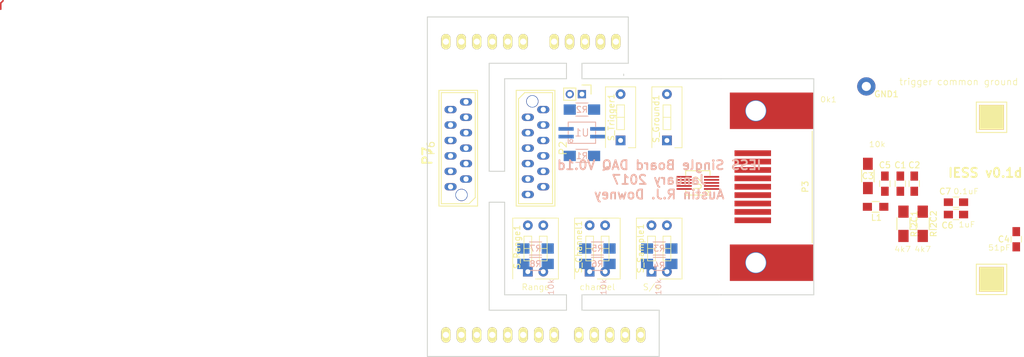
<source format=kicad_pcb>
(kicad_pcb (version 4) (host pcbnew 4.0.5)

  (general
    (links 86)
    (no_connects 84)
    (area 139.28581 79.873499 206.734 133.994501)
    (thickness 1.6)
    (drawings 44)
    (tracks 2)
    (zones 0)
    (modules 33)
    (nets 47)
  )

  (page A4)
  (layers
    (0 F.Cu signal)
    (31 B.Cu signal)
    (32 B.Adhes user hide)
    (33 F.Adhes user hide)
    (34 B.Paste user hide)
    (35 F.Paste user hide)
    (36 B.SilkS user hide)
    (37 F.SilkS user)
    (38 B.Mask user)
    (39 F.Mask user)
    (40 Dwgs.User user hide)
    (41 Cmts.User user hide)
    (42 Eco1.User user hide)
    (43 Eco2.User user hide)
    (44 Edge.Cuts user)
    (45 Margin user hide)
    (46 B.CrtYd user hide)
    (47 F.CrtYd user hide)
    (48 B.Fab user hide)
    (49 F.Fab user hide)
  )

  (setup
    (last_trace_width 0.25)
    (trace_clearance 0.2)
    (zone_clearance 0.508)
    (zone_45_only yes)
    (trace_min 0.01)
    (segment_width 0.2)
    (edge_width 0.15)
    (via_size 0.6)
    (via_drill 0.4)
    (via_min_size 0.4)
    (via_min_drill 0.3)
    (uvia_size 0.3)
    (uvia_drill 0.1)
    (uvias_allowed no)
    (uvia_min_size 0.2)
    (uvia_min_drill 0.1)
    (pcb_text_width 0.3)
    (pcb_text_size 1.5 1.5)
    (mod_edge_width 0.15)
    (mod_text_size 1 1)
    (mod_text_width 0.15)
    (pad_size 4.064 4.064)
    (pad_drill 0)
    (pad_to_mask_clearance 0.2)
    (aux_axis_origin 0 0)
    (visible_elements 7FFEF785)
    (pcbplotparams
      (layerselection 0x010f0_80000001)
      (usegerberextensions false)
      (excludeedgelayer true)
      (linewidth 0.100000)
      (plotframeref false)
      (viasonmask false)
      (mode 1)
      (useauxorigin false)
      (hpglpennumber 1)
      (hpglpenspeed 20)
      (hpglpendiameter 15)
      (hpglpenoverlay 2)
      (psnegative false)
      (psa4output false)
      (plotreference false)
      (plotvalue true)
      (plotinvisibletext false)
      (padsonsilk false)
      (subtractmaskfromsilk false)
      (outputformat 1)
      (mirror false)
      (drillshape 0)
      (scaleselection 1)
      (outputdirectory Gerber/))
  )

  (net 0 "")
  (net 1 +3V3)
  (net 2 GNDA)
  (net 3 "Net-(C4-Pad1)")
  (net 4 "Net-(P1-Pad1)")
  (net 5 "Net-(P1-Pad2)")
  (net 6 +5V)
  (net 7 SDA)
  (net 8 SCL)
  (net 9 "Net-(P2-Pad6)")
  (net 10 "Net-(P2-Pad7)")
  (net 11 "Net-(P2-Pad8)")
  (net 12 "Net-(P2-Pad9)")
  (net 13 "Net-(P2-Pad10)")
  (net 14 "Net-(P2-Pad11)")
  (net 15 trigger)
  (net 16 "Net-(P3-Pad10)")
  (net 17 "Net-(R1-Pad1)")
  (net 18 "Net-(U2-Pad6)")
  (net 19 "Net-(P3-Pad7)")
  (net 20 "Net-(P3-Pad5)")
  (net 21 "Net-(P3-Pad3)")
  (net 22 "Net-(P3-Pad1)")
  (net 23 "Net-(P6-Pad1)")
  (net 24 "Net-(P6-Pad2)")
  (net 25 "Net-(P6-Pad3)")
  (net 26 "Net-(P6-Pad4)")
  (net 27 "Net-(P6-Pad5)")
  (net 28 "Net-(P6-Pad6)")
  (net 29 "Net-(P6-Pad7)")
  (net 30 "Net-(P6-Pad8)")
  (net 31 "Net-(P6-Pad9)")
  (net 32 "Net-(P6-Pad10)")
  (net 33 "Net-(P6-Pad11)")
  (net 34 "Net-(P6-Pad12)")
  (net 35 "Net-(P7-Pad4)")
  (net 36 "Net-(P7-Pad5)")
  (net 37 "Net-(P7-Pad6)")
  (net 38 "Net-(P7-Pad7)")
  (net 39 "Net-(P7-Pad8)")
  (net 40 "Net-(P7-Pad9)")
  (net 41 "Net-(P7-Pad12)")
  (net 42 "Net-(P7-Pad13)")
  (net 43 "Net-(P7-Pad21)")
  (net 44 "Net-(P7-Pad22)")
  (net 45 "Net-(P7-Pad23)")
  (net 46 "Net-(P7-Pad24)")

  (net_class Default "This is the default net class."
    (clearance 0.2)
    (trace_width 0.25)
    (via_dia 0.6)
    (via_drill 0.4)
    (uvia_dia 0.3)
    (uvia_drill 0.1)
    (add_net +3V3)
    (add_net +5V)
    (add_net GNDA)
    (add_net "Net-(C4-Pad1)")
    (add_net "Net-(P1-Pad1)")
    (add_net "Net-(P1-Pad2)")
    (add_net "Net-(P2-Pad10)")
    (add_net "Net-(P2-Pad11)")
    (add_net "Net-(P2-Pad6)")
    (add_net "Net-(P2-Pad7)")
    (add_net "Net-(P2-Pad8)")
    (add_net "Net-(P2-Pad9)")
    (add_net "Net-(P3-Pad1)")
    (add_net "Net-(P3-Pad10)")
    (add_net "Net-(P3-Pad3)")
    (add_net "Net-(P3-Pad5)")
    (add_net "Net-(P3-Pad7)")
    (add_net "Net-(P6-Pad1)")
    (add_net "Net-(P6-Pad10)")
    (add_net "Net-(P6-Pad11)")
    (add_net "Net-(P6-Pad12)")
    (add_net "Net-(P6-Pad2)")
    (add_net "Net-(P6-Pad3)")
    (add_net "Net-(P6-Pad4)")
    (add_net "Net-(P6-Pad5)")
    (add_net "Net-(P6-Pad6)")
    (add_net "Net-(P6-Pad7)")
    (add_net "Net-(P6-Pad8)")
    (add_net "Net-(P6-Pad9)")
    (add_net "Net-(P7-Pad12)")
    (add_net "Net-(P7-Pad13)")
    (add_net "Net-(P7-Pad21)")
    (add_net "Net-(P7-Pad22)")
    (add_net "Net-(P7-Pad23)")
    (add_net "Net-(P7-Pad24)")
    (add_net "Net-(P7-Pad4)")
    (add_net "Net-(P7-Pad5)")
    (add_net "Net-(P7-Pad6)")
    (add_net "Net-(P7-Pad7)")
    (add_net "Net-(P7-Pad8)")
    (add_net "Net-(P7-Pad9)")
    (add_net "Net-(R1-Pad1)")
    (add_net "Net-(U2-Pad6)")
    (add_net SCL)
    (add_net SDA)
    (add_net trigger)
  )

  (module Downey:ARDUINO_SHIELD_half_moon (layer F.Cu) (tedit 589031E6) (tstamp 58903546)
    (at 142.24 101.6 270)
    (descr http://www.thingiverse.com/thing:9630)
    (path /5880E374)
    (fp_text reference P7 (at -2.54 -2.54 450) (layer F.SilkS)
      (effects (font (thickness 0.3048)))
    )
    (fp_text value arduino_half_moonX24 (at 3.683 -1.820001 270) (layer F.SilkS) hide
      (effects (font (thickness 0.3048)))
    )
    (fp_line (start 28.194 -3.048) (end 29.464 -4.318) (layer Cmts.User) (width 0.381))
    (fp_line (start -21.336 -3.048) (end -23.876 -3.048) (layer Cmts.User) (width 0.381))
    (pad 11 thru_hole oval (at -21.336 -5.588 270) (size 2.54 1.524) (drill 1.016) (layers *.Cu *.Mask F.SilkS)
      (net 26 "Net-(P6-Pad4)"))
    (pad 10 thru_hole oval (at -21.336 -8.128 270) (size 2.54 1.524) (drill 1.016) (layers *.Cu *.Mask F.SilkS)
      (net 27 "Net-(P6-Pad5)"))
    (pad 9 thru_hole oval (at -21.336 -10.668 270) (size 2.54 1.524) (drill 1.016) (layers *.Cu *.Mask F.SilkS)
      (net 40 "Net-(P7-Pad9)"))
    (pad 6 thru_hole oval (at -21.336 -18.288 270) (size 2.54 1.524) (drill 1.016) (layers *.Cu *.Mask F.SilkS)
      (net 37 "Net-(P7-Pad6)"))
    (pad 7 thru_hole oval (at -21.336 -15.748 270) (size 2.54 1.524) (drill 1.016) (layers *.Cu *.Mask F.SilkS)
      (net 38 "Net-(P7-Pad7)"))
    (pad 8 thru_hole oval (at -21.336 -13.208 270) (size 2.54 1.524) (drill 1.016) (layers *.Cu *.Mask F.SilkS)
      (net 39 "Net-(P7-Pad8)"))
    (pad 5 thru_hole oval (at -21.336 -23.368 270) (size 2.54 1.524) (drill 1.016) (layers *.Cu *.Mask F.SilkS)
      (net 36 "Net-(P7-Pad5)"))
    (pad 4 thru_hole oval (at -21.336 -25.908 270) (size 2.54 1.524) (drill 1.016) (layers *.Cu *.Mask F.SilkS)
      (net 35 "Net-(P7-Pad4)"))
    (pad 3 thru_hole oval (at -21.336 -28.448 270) (size 2.54 1.524) (drill 1.016) (layers *.Cu *.Mask F.SilkS)
      (net 23 "Net-(P6-Pad1)"))
    (pad 1 thru_hole oval (at -21.336 -33.528 270) (size 2.54 1.524) (drill 1.016) (layers *.Cu *.Mask F.SilkS)
      (net 25 "Net-(P6-Pad3)"))
    (pad 12 thru_hole oval (at 26.924 -5.588 270) (size 2.54 1.524) (drill 1.016) (layers *.Cu *.Mask F.SilkS)
      (net 41 "Net-(P7-Pad12)"))
    (pad 13 thru_hole oval (at 26.924 -8.128 270) (size 2.54 1.524) (drill 1.016) (layers *.Cu *.Mask F.SilkS)
      (net 42 "Net-(P7-Pad13)"))
    (pad 14 thru_hole oval (at 26.924 -10.668 270) (size 2.54 1.524) (drill 1.016) (layers *.Cu *.Mask F.SilkS)
      (net 28 "Net-(P6-Pad6)"))
    (pad 15 thru_hole oval (at 26.924 -13.208 270) (size 2.54 1.524) (drill 1.016) (layers *.Cu *.Mask F.SilkS)
      (net 29 "Net-(P6-Pad7)"))
    (pad 16 thru_hole oval (at 26.924 -15.748 270) (size 2.54 1.524) (drill 1.016) (layers *.Cu *.Mask F.SilkS)
      (net 30 "Net-(P6-Pad8)"))
    (pad 17 thru_hole oval (at 26.924 -18.288 270) (size 2.54 1.524) (drill 1.016) (layers *.Cu *.Mask F.SilkS)
      (net 31 "Net-(P6-Pad9)"))
    (pad 18 thru_hole oval (at 26.924 -20.828 270) (size 2.54 1.524) (drill 1.016) (layers *.Cu *.Mask F.SilkS)
      (net 32 "Net-(P6-Pad10)"))
    (pad 19 thru_hole oval (at 26.924 -23.368 270) (size 2.54 1.524) (drill 1.016) (layers *.Cu *.Mask F.SilkS)
      (net 33 "Net-(P6-Pad11)"))
    (pad 20 thru_hole oval (at 26.924 -27.432 270) (size 2.54 1.524) (drill 1.016) (layers *.Cu *.Mask F.SilkS)
      (net 34 "Net-(P6-Pad12)"))
    (pad 21 thru_hole oval (at 26.924 -29.972 270) (size 2.54 1.524) (drill 1.016) (layers *.Cu *.Mask F.SilkS)
      (net 43 "Net-(P7-Pad21)"))
    (pad 22 thru_hole oval (at 26.924 -32.512 270) (size 2.54 1.524) (drill 1.016) (layers *.Cu *.Mask F.SilkS)
      (net 44 "Net-(P7-Pad22)"))
    (pad 23 thru_hole oval (at 26.924 -35.052 270) (size 2.54 1.524) (drill 1.016) (layers *.Cu *.Mask F.SilkS)
      (net 45 "Net-(P7-Pad23)"))
    (pad 24 thru_hole oval (at 26.924 -37.592 270) (size 2.54 1.524) (drill 1.016) (layers *.Cu *.Mask F.SilkS)
      (net 46 "Net-(P7-Pad24)"))
    (pad 2 thru_hole oval (at -21.336 -30.988 270) (size 2.54 1.524) (drill 1.016) (layers *.Cu *.Mask F.SilkS)
      (net 24 "Net-(P6-Pad2)"))
  )

  (module Pin_Headers:Pin_Header_Straight_1x02_Pitch2.00mm (layer F.Cu) (tedit 5881106E) (tstamp 57FA6ABA)
    (at 170.18 88.9 270)
    (descr "Through hole pin header, 1x02, 2.00mm pitch, single row")
    (tags "pin header single row")
    (path /57FA0621)
    (fp_text reference P1 (at 20.066 19.558 360) (layer F.SilkS) hide
      (effects (font (size 1 1) (thickness 0.15)))
    )
    (fp_text value CONN_01X02 (at -1.75 -3.25 270) (layer F.Fab)
      (effects (font (size 1 1) (thickness 0.15)))
    )
    (fp_line (start -1 1) (end 1 1) (layer F.SilkS) (width 0.15))
    (fp_line (start 1 1) (end 1 3) (layer F.SilkS) (width 0.15))
    (fp_line (start 1 3) (end -1 3) (layer F.SilkS) (width 0.15))
    (fp_line (start -1 3) (end -1 1) (layer F.SilkS) (width 0.15))
    (fp_line (start -1.6 -1.6) (end 1.6 -1.6) (layer F.CrtYd) (width 0.05))
    (fp_line (start 1.6 -1.6) (end 1.6 3.6) (layer F.CrtYd) (width 0.05))
    (fp_line (start 1.6 3.6) (end -1.6 3.6) (layer F.CrtYd) (width 0.05))
    (fp_line (start -1.6 3.6) (end -1.6 -1.6) (layer F.CrtYd) (width 0.05))
    (fp_line (start -1.5 0) (end -1.5 -1.5) (layer F.SilkS) (width 0.15))
    (fp_line (start -1.5 -1.5) (end 0 -1.5) (layer F.SilkS) (width 0.15))
    (pad 1 thru_hole rect (at 0 0 270) (size 1.35 1.35) (drill 0.8) (layers *.Cu *.Mask)
      (net 4 "Net-(P1-Pad1)"))
    (pad 2 thru_hole circle (at 0 2 270) (size 1.35 1.35) (drill 0.8) (layers *.Cu *.Mask)
      (net 5 "Net-(P1-Pad2)"))
    (model Pin_Headers.3dshapes/Pin_Header_Straight_1x02_Pitch2.00mm.wrl
      (at (xyz 0 0 0))
      (scale (xyz 1 1 1))
      (rotate (xyz 0 0 0))
    )
  )

  (module Downey:EL3H7 (layer B.Cu) (tedit 58810845) (tstamp 57FA6C15)
    (at 170.18 95.25 90)
    (path /57FAE758)
    (fp_text reference U1 (at 0 0 360) (layer B.SilkS)
      (effects (font (size 1.2 1.2) (thickness 0.15)) (justify mirror))
    )
    (fp_text value EL3H7 (at 3 0 360) (layer B.Fab)
      (effects (font (size 1.2 1.2) (thickness 0.15)) (justify mirror))
    )
    (fp_circle (center -1.35 -1.75) (end -1.1 -1.75) (layer B.SilkS) (width 0.15))
    (fp_line (start 0.25 2.25) (end -0.25 2.25) (layer B.SilkS) (width 0.15))
    (fp_line (start 1 -2.25) (end 1.5 -2.25) (layer B.SilkS) (width 0.15))
    (fp_line (start 1.5 -2.25) (end 1.75 -2.25) (layer B.SilkS) (width 0.15))
    (fp_line (start 1.75 -2.25) (end 1.75 2.25) (layer B.SilkS) (width 0.15))
    (fp_line (start 1.75 2.25) (end 1 2.25) (layer B.SilkS) (width 0.15))
    (fp_line (start -0.25 -2.25) (end 0.25 -2.25) (layer B.SilkS) (width 0.15))
    (fp_line (start -1 2.25) (end -1.75 2.25) (layer B.SilkS) (width 0.15))
    (fp_line (start -1.75 2.25) (end -1.75 -2.25) (layer B.SilkS) (width 0.15))
    (fp_line (start -1.75 -2.25) (end -1 -2.25) (layer B.SilkS) (width 0.15))
    (pad 4 smd rect (at -0.635 2.6 90) (size 0.6 2.5) (layers B.Cu B.Paste B.Mask)
      (net 15 trigger))
    (pad 1 smd rect (at -0.635 -2.6 90) (size 0.6 2.5) (layers B.Cu B.Paste B.Mask)
      (net 17 "Net-(R1-Pad1)"))
    (pad 3 smd rect (at 0.635 2.6 90) (size 0.6 2.5) (layers B.Cu B.Paste B.Mask)
      (net 2 GNDA))
    (pad 2 smd rect (at 0.635 -2.6 90) (size 0.6 2.5) (layers B.Cu B.Paste B.Mask)
      (net 4 "Net-(P1-Pad1)"))
    (model /home/downey/KiKad_Libary_Downey/Downey/3D/walter/smd_dil/mfp-4.wrl
      (at (xyz 0 0 0))
      (scale (xyz 1 1 1))
      (rotate (xyz 0 0 0))
    )
  )

  (module Downey:SOIC_10_FDC1004 (layer F.Cu) (tedit 588108B5) (tstamp 57FA6C2D)
    (at 189.23 103.505 90)
    (path /57FA6132)
    (fp_text reference U2 (at 0 0 270) (layer F.SilkS)
      (effects (font (size 1.2 1.2) (thickness 0.15)))
    )
    (fp_text value FDC1004custom (at 3.5 -0.1 180) (layer F.Fab)
      (effects (font (size 1.2 1.2) (thickness 0.15)))
    )
    (fp_line (start 2 2) (end 2 -2) (layer F.SilkS) (width 0.15))
    (fp_line (start 2 -2) (end 1.75 -2) (layer F.SilkS) (width 0.15))
    (fp_line (start 2 2) (end 1.75 2) (layer F.SilkS) (width 0.15))
    (fp_circle (center -1.5 1.5) (end -1.5 1.75) (layer F.SilkS) (width 0.15))
    (fp_line (start -1.25 2) (end -2 2) (layer F.SilkS) (width 0.15))
    (fp_line (start -2 2) (end -2 -2) (layer F.SilkS) (width 0.15))
    (fp_line (start -2 -2) (end -1.75 -2) (layer F.SilkS) (width 0.15))
    (fp_line (start 1.25 -2) (end 1.75 -2) (layer F.SilkS) (width 0.15))
    (fp_line (start 1.75 2) (end 1.25 2) (layer F.SilkS) (width 0.15))
    (fp_line (start -1.75 -2) (end -1.25 -2) (layer F.SilkS) (width 0.15))
    (pad 10 smd rect (at -1 -2.25 90) (size 0.27 2.5) (layers F.Cu F.Paste F.Mask)
      (net 7 SDA))
    (pad 1 smd rect (at -1 2.25 90) (size 0.27 2.5) (layers F.Cu F.Paste F.Mask)
      (net 3 "Net-(C4-Pad1)"))
    (pad 9 smd rect (at -0.5 -2.25 90) (size 0.27 2.5) (layers F.Cu F.Paste F.Mask)
      (net 8 SCL))
    (pad 2 smd rect (at -0.5 2.25 90) (size 0.27 2.5) (layers F.Cu F.Paste F.Mask)
      (net 19 "Net-(P3-Pad7)"))
    (pad 8 smd rect (at 0 -2.25 90) (size 0.27 2.5) (layers F.Cu F.Paste F.Mask)
      (net 1 +3V3))
    (pad 3 smd rect (at 0 2.25 90) (size 0.27 2.5) (layers F.Cu F.Paste F.Mask)
      (net 20 "Net-(P3-Pad5)"))
    (pad 7 smd rect (at 0.5 -2.25 90) (size 0.27 2.5) (layers F.Cu F.Paste F.Mask)
      (net 2 GNDA))
    (pad 4 smd rect (at 0.5 2.25 90) (size 0.27 2.5) (layers F.Cu F.Paste F.Mask)
      (net 21 "Net-(P3-Pad3)"))
    (pad 6 smd rect (at 1 -2.25 90) (size 0.27 2.5) (layers F.Cu F.Paste F.Mask)
      (net 18 "Net-(U2-Pad6)"))
    (pad 5 smd rect (at 1 2.25 90) (size 0.27 2.5) (layers F.Cu F.Paste F.Mask)
      (net 22 "Net-(P3-Pad1)"))
    (model /home/downey/KiKad_Libary_Downey/Downey/3D/walter/smd_dil/msoic-10.wrl
      (at (xyz 0 0 0))
      (scale (xyz 1 1 1))
      (rotate (xyz 0 0 0))
    )
  )

  (module SMD_Packages:1Pin (layer F.Cu) (tedit 5801FD5F) (tstamp 57FA8C6B)
    (at 237.49 119.38)
    (descr "module 1 pin (ou trou mecanique de percage)")
    (tags DEV)
    (path /57FAA173)
    (fp_text reference P4 (at 0 -3.50012) (layer F.SilkS) hide
      (effects (font (size 1 1) (thickness 0.15)))
    )
    (fp_text value CONN_01X01 (at 0.24892 3.74904) (layer F.Fab)
      (effects (font (size 1 1) (thickness 0.15)))
    )
    (fp_line (start -2.49936 -2.49936) (end 2.49936 -2.49936) (layer F.SilkS) (width 0.15))
    (fp_line (start 2.49936 -2.49936) (end 2.49936 2.49936) (layer F.SilkS) (width 0.15))
    (fp_line (start 2.49936 2.49936) (end -2.49936 2.49936) (layer F.SilkS) (width 0.15))
    (fp_line (start -2.49936 2.49936) (end -2.49936 -2.49936) (layer F.SilkS) (width 0.15))
    (pad 1 smd rect (at 0 0) (size 4.064 4.064) (layers F.Cu F.Paste F.SilkS F.Mask)
      (net 2 GNDA))
  )

  (module SMD_Packages:1Pin (layer F.Cu) (tedit 586D696D) (tstamp 57FA8C70)
    (at 237.49 92.71)
    (descr "module 1 pin (ou trou mecanique de percage)")
    (tags DEV)
    (path /57FAA0FE)
    (fp_text reference P5 (at 0 -3.50012) (layer F.SilkS) hide
      (effects (font (size 1 1) (thickness 0.15)))
    )
    (fp_text value CONN_01X01 (at 0.24892 3.74904) (layer F.Fab)
      (effects (font (size 1 1) (thickness 0.15)))
    )
    (fp_line (start -2.49936 -2.49936) (end 2.49936 -2.49936) (layer F.SilkS) (width 0.15))
    (fp_line (start 2.49936 -2.49936) (end 2.49936 2.49936) (layer F.SilkS) (width 0.15))
    (fp_line (start 2.49936 2.49936) (end -2.49936 2.49936) (layer F.SilkS) (width 0.15))
    (fp_line (start -2.49936 2.49936) (end -2.49936 -2.49936) (layer F.SilkS) (width 0.15))
    (pad 1 smd rect (at 0 0) (size 4.064 4.064) (layers F.Cu F.Paste F.SilkS F.Mask)
      (net 2 GNDA))
  )

  (module Capacitors_SMD:C_1206_HandSoldering (layer F.Cu) (tedit 58810AC1) (tstamp 5801EDFC)
    (at 217.17 102.362 90)
    (descr "Capacitor SMD 1206, hand soldering")
    (tags "capacitor 1206")
    (path /57FA96A1)
    (attr smd)
    (fp_text reference C3 (at 0 0 180) (layer F.SilkS)
      (effects (font (size 1 1) (thickness 0.15)))
    )
    (fp_text value 100uF (at 4.1 0.2 180) (layer F.Fab)
      (effects (font (size 1 1) (thickness 0.15)))
    )
    (fp_line (start -1.6 0.8) (end -1.6 -0.8) (layer F.Fab) (width 0.15))
    (fp_line (start 1.6 0.8) (end -1.6 0.8) (layer F.Fab) (width 0.15))
    (fp_line (start 1.6 -0.8) (end 1.6 0.8) (layer F.Fab) (width 0.15))
    (fp_line (start -1.6 -0.8) (end 1.6 -0.8) (layer F.Fab) (width 0.15))
    (fp_line (start -3.3 -1.15) (end 3.3 -1.15) (layer F.CrtYd) (width 0.05))
    (fp_line (start -3.3 1.15) (end 3.3 1.15) (layer F.CrtYd) (width 0.05))
    (fp_line (start -3.3 -1.15) (end -3.3 1.15) (layer F.CrtYd) (width 0.05))
    (fp_line (start 3.3 -1.15) (end 3.3 1.15) (layer F.CrtYd) (width 0.05))
    (fp_line (start 1 -1.025) (end -1 -1.025) (layer F.SilkS) (width 0.15))
    (fp_line (start -1 1.025) (end 1 1.025) (layer F.SilkS) (width 0.15))
    (pad 1 smd rect (at -2 0 90) (size 2 1.6) (layers F.Cu F.Paste F.Mask)
      (net 1 +3V3))
    (pad 2 smd rect (at 2 0 90) (size 2 1.6) (layers F.Cu F.Paste F.Mask)
      (net 2 GNDA))
    (model Capacitors_SMD.3dshapes/C_1206_HandSoldering.wrl
      (at (xyz 0 0 0))
      (scale (xyz 1 1 1))
      (rotate (xyz 0 0 0))
    )
  )

  (module Measurement_Points:Measurement_Point_Round-TH_Big (layer F.Cu) (tedit 58810854) (tstamp 586D61C8)
    (at 216.916 87.63)
    (descr "Mesurement Point, Round, Trough Hole,  DM 3mm, Drill 1.5mm,")
    (tags "Mesurement Point Round Trough Hole 3mm 1.5mm")
    (path /5801FC3D)
    (attr virtual)
    (fp_text reference GND1 (at 3.302 1.27) (layer F.SilkS)
      (effects (font (size 1 1) (thickness 0.15)))
    )
    (fp_text value TEST_1P (at 0 3) (layer F.Fab)
      (effects (font (size 1 1) (thickness 0.15)))
    )
    (fp_circle (center 0 0) (end 1.75 0) (layer F.CrtYd) (width 0.05))
    (pad 1 thru_hole circle (at 0 0) (size 3 3) (drill 1.5) (layers *.Cu *.Mask)
      (net 2 GNDA))
  )

  (module Buttons_Switches_ThroughHole:SW_DIP_x2_W7.62mm_Slide (layer F.Cu) (tedit 588107CA) (tstamp 586D6305)
    (at 171.45 118.11 90)
    (descr "2x-dip-switch, Slide, row spacing 7.62 mm (300 mils)")
    (tags "DIP Switch Slide 7.62mm 300mil")
    (path /57FA1B0F)
    (fp_text reference S_Channel1 (at 4.064 -1.778 90) (layer F.SilkS)
      (effects (font (size 1 1) (thickness 0.15)))
    )
    (fp_text value DIPS_02 (at 3.81 6.02 90) (layer F.Fab)
      (effects (font (size 1 1) (thickness 0.15)))
    )
    (fp_line (start -0.08 -2.36) (end 8.7 -2.36) (layer F.Fab) (width 0.1))
    (fp_line (start 8.7 -2.36) (end 8.7 4.9) (layer F.Fab) (width 0.1))
    (fp_line (start 8.7 4.9) (end -1.08 4.9) (layer F.Fab) (width 0.1))
    (fp_line (start -1.08 4.9) (end -1.08 -1.36) (layer F.Fab) (width 0.1))
    (fp_line (start -1.08 -1.36) (end -0.08 -2.36) (layer F.Fab) (width 0.1))
    (fp_line (start 1.78 -0.635) (end 1.78 0.635) (layer F.Fab) (width 0.1))
    (fp_line (start 1.78 0.635) (end 5.84 0.635) (layer F.Fab) (width 0.1))
    (fp_line (start 5.84 0.635) (end 5.84 -0.635) (layer F.Fab) (width 0.1))
    (fp_line (start 5.84 -0.635) (end 1.78 -0.635) (layer F.Fab) (width 0.1))
    (fp_line (start 3.81 -0.635) (end 3.81 0.635) (layer F.Fab) (width 0.1))
    (fp_line (start 1.78 1.905) (end 1.78 3.175) (layer F.Fab) (width 0.1))
    (fp_line (start 1.78 3.175) (end 5.84 3.175) (layer F.Fab) (width 0.1))
    (fp_line (start 5.84 3.175) (end 5.84 1.905) (layer F.Fab) (width 0.1))
    (fp_line (start 5.84 1.905) (end 1.78 1.905) (layer F.Fab) (width 0.1))
    (fp_line (start 3.81 1.905) (end 3.81 3.175) (layer F.Fab) (width 0.1))
    (fp_line (start -1.2 -2.48) (end 8.82 -2.48) (layer F.SilkS) (width 0.12))
    (fp_line (start 8.82 -2.48) (end 8.82 5.02) (layer F.SilkS) (width 0.12))
    (fp_line (start 8.82 5.02) (end -1.2 5.02) (layer F.SilkS) (width 0.12))
    (fp_line (start -1.2 5.02) (end -1.2 1.27) (layer F.SilkS) (width 0.12))
    (fp_line (start 1.78 -0.635) (end 1.78 0.635) (layer F.SilkS) (width 0.12))
    (fp_line (start 1.78 0.635) (end 5.84 0.635) (layer F.SilkS) (width 0.12))
    (fp_line (start 5.84 0.635) (end 5.84 -0.635) (layer F.SilkS) (width 0.12))
    (fp_line (start 5.84 -0.635) (end 1.78 -0.635) (layer F.SilkS) (width 0.12))
    (fp_line (start 3.81 -0.635) (end 3.81 0.635) (layer F.SilkS) (width 0.12))
    (fp_line (start 1.78 1.905) (end 1.78 3.175) (layer F.SilkS) (width 0.12))
    (fp_line (start 1.78 3.175) (end 5.84 3.175) (layer F.SilkS) (width 0.12))
    (fp_line (start 5.84 3.175) (end 5.84 1.905) (layer F.SilkS) (width 0.12))
    (fp_line (start 5.84 1.905) (end 1.78 1.905) (layer F.SilkS) (width 0.12))
    (fp_line (start 3.81 1.905) (end 3.81 3.175) (layer F.SilkS) (width 0.12))
    (fp_line (start -1.4 -2.7) (end -1.4 5.2) (layer F.CrtYd) (width 0.05))
    (fp_line (start -1.4 5.2) (end 9 5.2) (layer F.CrtYd) (width 0.05))
    (fp_line (start 9 5.2) (end 9 -2.7) (layer F.CrtYd) (width 0.05))
    (fp_line (start 9 -2.7) (end -1.4 -2.7) (layer F.CrtYd) (width 0.05))
    (pad 1 thru_hole rect (at 0 0 90) (size 1.6 1.6) (drill 0.8) (layers *.Cu *.Mask)
      (net 12 "Net-(P2-Pad9)"))
    (pad 3 thru_hole oval (at 7.62 2.54 90) (size 1.6 1.6) (drill 0.8) (layers *.Cu *.Mask)
      (net 6 +5V))
    (pad 2 thru_hole oval (at 0 2.54 90) (size 1.6 1.6) (drill 0.8) (layers *.Cu *.Mask)
      (net 11 "Net-(P2-Pad8)"))
    (pad 4 thru_hole oval (at 7.62 0 90) (size 1.6 1.6) (drill 0.8) (layers *.Cu *.Mask)
      (net 6 +5V))
    (model Buttons_Switches_ThroughHole.3dshapes/SW_DIP_x2_W7.62mm_Slide.wrl
      (at (xyz 0 0 0))
      (scale (xyz 1 1 1))
      (rotate (xyz 0 0 90))
    )
  )

  (module Buttons_Switches_ThroughHole:SW_DIP_x1_W7.62mm_Slide (layer F.Cu) (tedit 58810857) (tstamp 586D6322)
    (at 184.15 96.52 90)
    (descr "1x-dip-switch, Slide, row spacing 7.62 mm (300 mils)")
    (tags "DIP Switch Slide 7.62mm 300mil")
    (path /57FA3888)
    (fp_text reference S_Ground1 (at 3.556 -1.778 90) (layer F.SilkS)
      (effects (font (size 1 1) (thickness 0.15)))
    )
    (fp_text value DIPS_01 (at 3.81 3.48 90) (layer F.Fab)
      (effects (font (size 1 1) (thickness 0.15)))
    )
    (fp_line (start -0.08 -2.36) (end 8.7 -2.36) (layer F.Fab) (width 0.1))
    (fp_line (start 8.7 -2.36) (end 8.7 2.36) (layer F.Fab) (width 0.1))
    (fp_line (start 8.7 2.36) (end -1.08 2.36) (layer F.Fab) (width 0.1))
    (fp_line (start -1.08 2.36) (end -1.08 -1.36) (layer F.Fab) (width 0.1))
    (fp_line (start -1.08 -1.36) (end -0.08 -2.36) (layer F.Fab) (width 0.1))
    (fp_line (start 1.78 -0.635) (end 1.78 0.635) (layer F.Fab) (width 0.1))
    (fp_line (start 1.78 0.635) (end 5.84 0.635) (layer F.Fab) (width 0.1))
    (fp_line (start 5.84 0.635) (end 5.84 -0.635) (layer F.Fab) (width 0.1))
    (fp_line (start 5.84 -0.635) (end 1.78 -0.635) (layer F.Fab) (width 0.1))
    (fp_line (start 3.81 -0.635) (end 3.81 0.635) (layer F.Fab) (width 0.1))
    (fp_line (start -1.2 -2.48) (end 8.82 -2.48) (layer F.SilkS) (width 0.12))
    (fp_line (start 8.82 -2.48) (end 8.82 2.48) (layer F.SilkS) (width 0.12))
    (fp_line (start 8.82 2.48) (end -1.2 2.48) (layer F.SilkS) (width 0.12))
    (fp_line (start -1.2 2.48) (end -1.2 1.27) (layer F.SilkS) (width 0.12))
    (fp_line (start 1.78 -0.635) (end 1.78 0.635) (layer F.SilkS) (width 0.12))
    (fp_line (start 1.78 0.635) (end 5.84 0.635) (layer F.SilkS) (width 0.12))
    (fp_line (start 5.84 0.635) (end 5.84 -0.635) (layer F.SilkS) (width 0.12))
    (fp_line (start 5.84 -0.635) (end 1.78 -0.635) (layer F.SilkS) (width 0.12))
    (fp_line (start 3.81 -0.635) (end 3.81 0.635) (layer F.SilkS) (width 0.12))
    (fp_line (start -1.4 -2.7) (end -1.4 2.7) (layer F.CrtYd) (width 0.05))
    (fp_line (start -1.4 2.7) (end 9 2.7) (layer F.CrtYd) (width 0.05))
    (fp_line (start 9 2.7) (end 9 -2.7) (layer F.CrtYd) (width 0.05))
    (fp_line (start 9 -2.7) (end -1.4 -2.7) (layer F.CrtYd) (width 0.05))
    (pad 1 thru_hole rect (at 0 0 90) (size 1.6 1.6) (drill 0.8) (layers *.Cu *.Mask)
      (net 16 "Net-(P3-Pad10)"))
    (pad 2 thru_hole oval (at 7.62 0 90) (size 1.6 1.6) (drill 0.8) (layers *.Cu *.Mask)
      (net 2 GNDA))
    (model Buttons_Switches_ThroughHole.3dshapes/SW_DIP_x1_W7.62mm_Slide.wrl
      (at (xyz 0 0 0))
      (scale (xyz 1 1 1))
      (rotate (xyz 0 0 90))
    )
  )

  (module Buttons_Switches_ThroughHole:SW_DIP_x2_W7.62mm_Slide (layer F.Cu) (tedit 588107C7) (tstamp 586D634B)
    (at 161.29 118.11 90)
    (descr "2x-dip-switch, Slide, row spacing 7.62 mm (300 mils)")
    (tags "DIP Switch Slide 7.62mm 300mil")
    (path /57FA13E3)
    (fp_text reference S_Range1 (at 4.064 -1.778 90) (layer F.SilkS)
      (effects (font (size 1 1) (thickness 0.15)))
    )
    (fp_text value DIPS_02 (at 3.81 6.02 90) (layer F.Fab)
      (effects (font (size 1 1) (thickness 0.15)))
    )
    (fp_line (start -0.08 -2.36) (end 8.7 -2.36) (layer F.Fab) (width 0.1))
    (fp_line (start 8.7 -2.36) (end 8.7 4.9) (layer F.Fab) (width 0.1))
    (fp_line (start 8.7 4.9) (end -1.08 4.9) (layer F.Fab) (width 0.1))
    (fp_line (start -1.08 4.9) (end -1.08 -1.36) (layer F.Fab) (width 0.1))
    (fp_line (start -1.08 -1.36) (end -0.08 -2.36) (layer F.Fab) (width 0.1))
    (fp_line (start 1.78 -0.635) (end 1.78 0.635) (layer F.Fab) (width 0.1))
    (fp_line (start 1.78 0.635) (end 5.84 0.635) (layer F.Fab) (width 0.1))
    (fp_line (start 5.84 0.635) (end 5.84 -0.635) (layer F.Fab) (width 0.1))
    (fp_line (start 5.84 -0.635) (end 1.78 -0.635) (layer F.Fab) (width 0.1))
    (fp_line (start 3.81 -0.635) (end 3.81 0.635) (layer F.Fab) (width 0.1))
    (fp_line (start 1.78 1.905) (end 1.78 3.175) (layer F.Fab) (width 0.1))
    (fp_line (start 1.78 3.175) (end 5.84 3.175) (layer F.Fab) (width 0.1))
    (fp_line (start 5.84 3.175) (end 5.84 1.905) (layer F.Fab) (width 0.1))
    (fp_line (start 5.84 1.905) (end 1.78 1.905) (layer F.Fab) (width 0.1))
    (fp_line (start 3.81 1.905) (end 3.81 3.175) (layer F.Fab) (width 0.1))
    (fp_line (start -1.2 -2.48) (end 8.82 -2.48) (layer F.SilkS) (width 0.12))
    (fp_line (start 8.82 -2.48) (end 8.82 5.02) (layer F.SilkS) (width 0.12))
    (fp_line (start 8.82 5.02) (end -1.2 5.02) (layer F.SilkS) (width 0.12))
    (fp_line (start -1.2 5.02) (end -1.2 1.27) (layer F.SilkS) (width 0.12))
    (fp_line (start 1.78 -0.635) (end 1.78 0.635) (layer F.SilkS) (width 0.12))
    (fp_line (start 1.78 0.635) (end 5.84 0.635) (layer F.SilkS) (width 0.12))
    (fp_line (start 5.84 0.635) (end 5.84 -0.635) (layer F.SilkS) (width 0.12))
    (fp_line (start 5.84 -0.635) (end 1.78 -0.635) (layer F.SilkS) (width 0.12))
    (fp_line (start 3.81 -0.635) (end 3.81 0.635) (layer F.SilkS) (width 0.12))
    (fp_line (start 1.78 1.905) (end 1.78 3.175) (layer F.SilkS) (width 0.12))
    (fp_line (start 1.78 3.175) (end 5.84 3.175) (layer F.SilkS) (width 0.12))
    (fp_line (start 5.84 3.175) (end 5.84 1.905) (layer F.SilkS) (width 0.12))
    (fp_line (start 5.84 1.905) (end 1.78 1.905) (layer F.SilkS) (width 0.12))
    (fp_line (start 3.81 1.905) (end 3.81 3.175) (layer F.SilkS) (width 0.12))
    (fp_line (start -1.4 -2.7) (end -1.4 5.2) (layer F.CrtYd) (width 0.05))
    (fp_line (start -1.4 5.2) (end 9 5.2) (layer F.CrtYd) (width 0.05))
    (fp_line (start 9 5.2) (end 9 -2.7) (layer F.CrtYd) (width 0.05))
    (fp_line (start 9 -2.7) (end -1.4 -2.7) (layer F.CrtYd) (width 0.05))
    (pad 1 thru_hole rect (at 0 0 90) (size 1.6 1.6) (drill 0.8) (layers *.Cu *.Mask)
      (net 10 "Net-(P2-Pad7)"))
    (pad 3 thru_hole oval (at 7.62 2.54 90) (size 1.6 1.6) (drill 0.8) (layers *.Cu *.Mask)
      (net 6 +5V))
    (pad 2 thru_hole oval (at 0 2.54 90) (size 1.6 1.6) (drill 0.8) (layers *.Cu *.Mask)
      (net 9 "Net-(P2-Pad6)"))
    (pad 4 thru_hole oval (at 7.62 0 90) (size 1.6 1.6) (drill 0.8) (layers *.Cu *.Mask)
      (net 6 +5V))
    (model Buttons_Switches_ThroughHole.3dshapes/SW_DIP_x2_W7.62mm_Slide.wrl
      (at (xyz 0 0 0))
      (scale (xyz 1 1 1))
      (rotate (xyz 0 0 90))
    )
  )

  (module Buttons_Switches_ThroughHole:SW_DIP_x2_W7.62mm_Slide (layer F.Cu) (tedit 588107CD) (tstamp 586D6374)
    (at 181.61 118.11 90)
    (descr "2x-dip-switch, Slide, row spacing 7.62 mm (300 mils)")
    (tags "DIP Switch Slide 7.62mm 300mil")
    (path /57FA1BAD)
    (fp_text reference S_Sample1 (at 3.81 -1.778 90) (layer F.SilkS)
      (effects (font (size 1 1) (thickness 0.15)))
    )
    (fp_text value DIPS_02 (at 3.81 6.02 90) (layer F.Fab)
      (effects (font (size 1 1) (thickness 0.15)))
    )
    (fp_line (start -0.08 -2.36) (end 8.7 -2.36) (layer F.Fab) (width 0.1))
    (fp_line (start 8.7 -2.36) (end 8.7 4.9) (layer F.Fab) (width 0.1))
    (fp_line (start 8.7 4.9) (end -1.08 4.9) (layer F.Fab) (width 0.1))
    (fp_line (start -1.08 4.9) (end -1.08 -1.36) (layer F.Fab) (width 0.1))
    (fp_line (start -1.08 -1.36) (end -0.08 -2.36) (layer F.Fab) (width 0.1))
    (fp_line (start 1.78 -0.635) (end 1.78 0.635) (layer F.Fab) (width 0.1))
    (fp_line (start 1.78 0.635) (end 5.84 0.635) (layer F.Fab) (width 0.1))
    (fp_line (start 5.84 0.635) (end 5.84 -0.635) (layer F.Fab) (width 0.1))
    (fp_line (start 5.84 -0.635) (end 1.78 -0.635) (layer F.Fab) (width 0.1))
    (fp_line (start 3.81 -0.635) (end 3.81 0.635) (layer F.Fab) (width 0.1))
    (fp_line (start 1.78 1.905) (end 1.78 3.175) (layer F.Fab) (width 0.1))
    (fp_line (start 1.78 3.175) (end 5.84 3.175) (layer F.Fab) (width 0.1))
    (fp_line (start 5.84 3.175) (end 5.84 1.905) (layer F.Fab) (width 0.1))
    (fp_line (start 5.84 1.905) (end 1.78 1.905) (layer F.Fab) (width 0.1))
    (fp_line (start 3.81 1.905) (end 3.81 3.175) (layer F.Fab) (width 0.1))
    (fp_line (start -1.2 -2.48) (end 8.82 -2.48) (layer F.SilkS) (width 0.12))
    (fp_line (start 8.82 -2.48) (end 8.82 5.02) (layer F.SilkS) (width 0.12))
    (fp_line (start 8.82 5.02) (end -1.2 5.02) (layer F.SilkS) (width 0.12))
    (fp_line (start -1.2 5.02) (end -1.2 1.27) (layer F.SilkS) (width 0.12))
    (fp_line (start 1.78 -0.635) (end 1.78 0.635) (layer F.SilkS) (width 0.12))
    (fp_line (start 1.78 0.635) (end 5.84 0.635) (layer F.SilkS) (width 0.12))
    (fp_line (start 5.84 0.635) (end 5.84 -0.635) (layer F.SilkS) (width 0.12))
    (fp_line (start 5.84 -0.635) (end 1.78 -0.635) (layer F.SilkS) (width 0.12))
    (fp_line (start 3.81 -0.635) (end 3.81 0.635) (layer F.SilkS) (width 0.12))
    (fp_line (start 1.78 1.905) (end 1.78 3.175) (layer F.SilkS) (width 0.12))
    (fp_line (start 1.78 3.175) (end 5.84 3.175) (layer F.SilkS) (width 0.12))
    (fp_line (start 5.84 3.175) (end 5.84 1.905) (layer F.SilkS) (width 0.12))
    (fp_line (start 5.84 1.905) (end 1.78 1.905) (layer F.SilkS) (width 0.12))
    (fp_line (start 3.81 1.905) (end 3.81 3.175) (layer F.SilkS) (width 0.12))
    (fp_line (start -1.4 -2.7) (end -1.4 5.2) (layer F.CrtYd) (width 0.05))
    (fp_line (start -1.4 5.2) (end 9 5.2) (layer F.CrtYd) (width 0.05))
    (fp_line (start 9 5.2) (end 9 -2.7) (layer F.CrtYd) (width 0.05))
    (fp_line (start 9 -2.7) (end -1.4 -2.7) (layer F.CrtYd) (width 0.05))
    (pad 1 thru_hole rect (at 0 0 90) (size 1.6 1.6) (drill 0.8) (layers *.Cu *.Mask)
      (net 14 "Net-(P2-Pad11)"))
    (pad 3 thru_hole oval (at 7.62 2.54 90) (size 1.6 1.6) (drill 0.8) (layers *.Cu *.Mask)
      (net 6 +5V))
    (pad 2 thru_hole oval (at 0 2.54 90) (size 1.6 1.6) (drill 0.8) (layers *.Cu *.Mask)
      (net 13 "Net-(P2-Pad10)"))
    (pad 4 thru_hole oval (at 7.62 0 90) (size 1.6 1.6) (drill 0.8) (layers *.Cu *.Mask)
      (net 6 +5V))
    (model Buttons_Switches_ThroughHole.3dshapes/SW_DIP_x2_W7.62mm_Slide.wrl
      (at (xyz 0 0 0))
      (scale (xyz 1 1 1))
      (rotate (xyz 0 0 90))
    )
  )

  (module Buttons_Switches_ThroughHole:SW_DIP_x1_W7.62mm_Slide (layer F.Cu) (tedit 58810850) (tstamp 586D6391)
    (at 176.53 96.52 90)
    (descr "1x-dip-switch, Slide, row spacing 7.62 mm (300 mils)")
    (tags "DIP Switch Slide 7.62mm 300mil")
    (path /57FA3B05)
    (fp_text reference S_Trigger1 (at 3.81 -1.524 90) (layer F.SilkS)
      (effects (font (size 1 1) (thickness 0.15)))
    )
    (fp_text value DIPS_01 (at 3.81 3.48 90) (layer F.Fab)
      (effects (font (size 1 1) (thickness 0.15)))
    )
    (fp_line (start -0.08 -2.36) (end 8.7 -2.36) (layer F.Fab) (width 0.1))
    (fp_line (start 8.7 -2.36) (end 8.7 2.36) (layer F.Fab) (width 0.1))
    (fp_line (start 8.7 2.36) (end -1.08 2.36) (layer F.Fab) (width 0.1))
    (fp_line (start -1.08 2.36) (end -1.08 -1.36) (layer F.Fab) (width 0.1))
    (fp_line (start -1.08 -1.36) (end -0.08 -2.36) (layer F.Fab) (width 0.1))
    (fp_line (start 1.78 -0.635) (end 1.78 0.635) (layer F.Fab) (width 0.1))
    (fp_line (start 1.78 0.635) (end 5.84 0.635) (layer F.Fab) (width 0.1))
    (fp_line (start 5.84 0.635) (end 5.84 -0.635) (layer F.Fab) (width 0.1))
    (fp_line (start 5.84 -0.635) (end 1.78 -0.635) (layer F.Fab) (width 0.1))
    (fp_line (start 3.81 -0.635) (end 3.81 0.635) (layer F.Fab) (width 0.1))
    (fp_line (start -1.2 -2.48) (end 8.82 -2.48) (layer F.SilkS) (width 0.12))
    (fp_line (start 8.82 -2.48) (end 8.82 2.48) (layer F.SilkS) (width 0.12))
    (fp_line (start 8.82 2.48) (end -1.2 2.48) (layer F.SilkS) (width 0.12))
    (fp_line (start -1.2 2.48) (end -1.2 1.27) (layer F.SilkS) (width 0.12))
    (fp_line (start 1.78 -0.635) (end 1.78 0.635) (layer F.SilkS) (width 0.12))
    (fp_line (start 1.78 0.635) (end 5.84 0.635) (layer F.SilkS) (width 0.12))
    (fp_line (start 5.84 0.635) (end 5.84 -0.635) (layer F.SilkS) (width 0.12))
    (fp_line (start 5.84 -0.635) (end 1.78 -0.635) (layer F.SilkS) (width 0.12))
    (fp_line (start 3.81 -0.635) (end 3.81 0.635) (layer F.SilkS) (width 0.12))
    (fp_line (start -1.4 -2.7) (end -1.4 2.7) (layer F.CrtYd) (width 0.05))
    (fp_line (start -1.4 2.7) (end 9 2.7) (layer F.CrtYd) (width 0.05))
    (fp_line (start 9 2.7) (end 9 -2.7) (layer F.CrtYd) (width 0.05))
    (fp_line (start 9 -2.7) (end -1.4 -2.7) (layer F.CrtYd) (width 0.05))
    (pad 1 thru_hole rect (at 0 0 90) (size 1.6 1.6) (drill 0.8) (layers *.Cu *.Mask)
      (net 2 GNDA))
    (pad 2 thru_hole oval (at 7.62 0 90) (size 1.6 1.6) (drill 0.8) (layers *.Cu *.Mask)
      (net 15 trigger))
    (model Buttons_Switches_ThroughHole.3dshapes/SW_DIP_x1_W7.62mm_Slide.wrl
      (at (xyz 0 0 0))
      (scale (xyz 1 1 1))
      (rotate (xyz 0 0 90))
    )
  )

  (module Resistors_SMD:R_1206_HandSoldering (layer B.Cu) (tedit 5881084A) (tstamp 587F9741)
    (at 170.18 99.06)
    (descr "Resistor SMD 1206, hand soldering")
    (tags "resistor 1206")
    (path /57FA0735)
    (attr smd)
    (fp_text reference R1 (at 0 0) (layer B.SilkS)
      (effects (font (size 1 1) (thickness 0.15)) (justify mirror))
    )
    (fp_text value 0k1 (at 0 -2.3) (layer B.Fab)
      (effects (font (size 1 1) (thickness 0.15)) (justify mirror))
    )
    (fp_line (start -1.6 -0.8) (end -1.6 0.8) (layer B.Fab) (width 0.1))
    (fp_line (start 1.6 -0.8) (end -1.6 -0.8) (layer B.Fab) (width 0.1))
    (fp_line (start 1.6 0.8) (end 1.6 -0.8) (layer B.Fab) (width 0.1))
    (fp_line (start -1.6 0.8) (end 1.6 0.8) (layer B.Fab) (width 0.1))
    (fp_line (start -3.3 1.2) (end 3.3 1.2) (layer B.CrtYd) (width 0.05))
    (fp_line (start -3.3 -1.2) (end 3.3 -1.2) (layer B.CrtYd) (width 0.05))
    (fp_line (start -3.3 1.2) (end -3.3 -1.2) (layer B.CrtYd) (width 0.05))
    (fp_line (start 3.3 1.2) (end 3.3 -1.2) (layer B.CrtYd) (width 0.05))
    (fp_line (start 1 -1.075) (end -1 -1.075) (layer B.SilkS) (width 0.15))
    (fp_line (start -1 1.075) (end 1 1.075) (layer B.SilkS) (width 0.15))
    (pad 1 smd rect (at -2 0) (size 2 1.7) (layers B.Cu B.Paste B.Mask)
      (net 17 "Net-(R1-Pad1)"))
    (pad 2 smd rect (at 2 0) (size 2 1.7) (layers B.Cu B.Paste B.Mask)
      (net 5 "Net-(P1-Pad2)"))
    (model Resistors_SMD.3dshapes/R_1206_HandSoldering.wrl
      (at (xyz 0 0 0))
      (scale (xyz 1 1 1))
      (rotate (xyz 0 0 0))
    )
  )

  (module Resistors_SMD:R_1206_HandSoldering (layer B.Cu) (tedit 58810AC8) (tstamp 587F9746)
    (at 170.18 91.44)
    (descr "Resistor SMD 1206, hand soldering")
    (tags "resistor 1206")
    (path /57FA0A56)
    (attr smd)
    (fp_text reference R2 (at 0 0) (layer B.SilkS)
      (effects (font (size 1 1) (thickness 0.15)) (justify mirror))
    )
    (fp_text value 10k (at 0 -2.3) (layer B.Fab)
      (effects (font (size 1 1) (thickness 0.15)) (justify mirror))
    )
    (fp_line (start -1.6 -0.8) (end -1.6 0.8) (layer B.Fab) (width 0.1))
    (fp_line (start 1.6 -0.8) (end -1.6 -0.8) (layer B.Fab) (width 0.1))
    (fp_line (start 1.6 0.8) (end 1.6 -0.8) (layer B.Fab) (width 0.1))
    (fp_line (start -1.6 0.8) (end 1.6 0.8) (layer B.Fab) (width 0.1))
    (fp_line (start -3.3 1.2) (end 3.3 1.2) (layer B.CrtYd) (width 0.05))
    (fp_line (start -3.3 -1.2) (end 3.3 -1.2) (layer B.CrtYd) (width 0.05))
    (fp_line (start -3.3 1.2) (end -3.3 -1.2) (layer B.CrtYd) (width 0.05))
    (fp_line (start 3.3 1.2) (end 3.3 -1.2) (layer B.CrtYd) (width 0.05))
    (fp_line (start 1 -1.075) (end -1 -1.075) (layer B.SilkS) (width 0.15))
    (fp_line (start -1 1.075) (end 1 1.075) (layer B.SilkS) (width 0.15))
    (pad 1 smd rect (at -2 0) (size 2 1.7) (layers B.Cu B.Paste B.Mask)
      (net 6 +5V))
    (pad 2 smd rect (at 2 0) (size 2 1.7) (layers B.Cu B.Paste B.Mask)
      (net 15 trigger))
    (model Resistors_SMD.3dshapes/R_1206_HandSoldering.wrl
      (at (xyz 0 0 0))
      (scale (xyz 1 1 1))
      (rotate (xyz 0 0 0))
    )
  )

  (module Resistors_SMD:R_1206_HandSoldering (layer B.Cu) (tedit 58810ADF) (tstamp 587F9750)
    (at 182.88 116.84)
    (descr "Resistor SMD 1206, hand soldering")
    (tags "resistor 1206")
    (path /57FA2141)
    (attr smd)
    (fp_text reference R4 (at 0 0.254) (layer B.SilkS)
      (effects (font (size 1 1) (thickness 0.15)) (justify mirror))
    )
    (fp_text value 10k (at 0 -2.3) (layer B.Fab)
      (effects (font (size 1 1) (thickness 0.15)) (justify mirror))
    )
    (fp_line (start -1.6 -0.8) (end -1.6 0.8) (layer B.Fab) (width 0.1))
    (fp_line (start 1.6 -0.8) (end -1.6 -0.8) (layer B.Fab) (width 0.1))
    (fp_line (start 1.6 0.8) (end 1.6 -0.8) (layer B.Fab) (width 0.1))
    (fp_line (start -1.6 0.8) (end 1.6 0.8) (layer B.Fab) (width 0.1))
    (fp_line (start -3.3 1.2) (end 3.3 1.2) (layer B.CrtYd) (width 0.05))
    (fp_line (start -3.3 -1.2) (end 3.3 -1.2) (layer B.CrtYd) (width 0.05))
    (fp_line (start -3.3 1.2) (end -3.3 -1.2) (layer B.CrtYd) (width 0.05))
    (fp_line (start 3.3 1.2) (end 3.3 -1.2) (layer B.CrtYd) (width 0.05))
    (fp_line (start 1 -1.075) (end -1 -1.075) (layer B.SilkS) (width 0.15))
    (fp_line (start -1 1.075) (end 1 1.075) (layer B.SilkS) (width 0.15))
    (pad 1 smd rect (at -2 0) (size 2 1.7) (layers B.Cu B.Paste B.Mask)
      (net 13 "Net-(P2-Pad10)"))
    (pad 2 smd rect (at 2 0) (size 2 1.7) (layers B.Cu B.Paste B.Mask)
      (net 2 GNDA))
    (model Resistors_SMD.3dshapes/R_1206_HandSoldering.wrl
      (at (xyz 0 0 0))
      (scale (xyz 1 1 1))
      (rotate (xyz 0 0 0))
    )
  )

  (module Resistors_SMD:R_1206_HandSoldering (layer B.Cu) (tedit 58810ADC) (tstamp 587F9755)
    (at 172.72 114.3)
    (descr "Resistor SMD 1206, hand soldering")
    (tags "resistor 1206")
    (path /57FA20F1)
    (attr smd)
    (fp_text reference R5 (at 0 0) (layer B.SilkS)
      (effects (font (size 1 1) (thickness 0.15)) (justify mirror))
    )
    (fp_text value 10k (at 0 -2.3) (layer B.Fab)
      (effects (font (size 1 1) (thickness 0.15)) (justify mirror))
    )
    (fp_line (start -1.6 -0.8) (end -1.6 0.8) (layer B.Fab) (width 0.1))
    (fp_line (start 1.6 -0.8) (end -1.6 -0.8) (layer B.Fab) (width 0.1))
    (fp_line (start 1.6 0.8) (end 1.6 -0.8) (layer B.Fab) (width 0.1))
    (fp_line (start -1.6 0.8) (end 1.6 0.8) (layer B.Fab) (width 0.1))
    (fp_line (start -3.3 1.2) (end 3.3 1.2) (layer B.CrtYd) (width 0.05))
    (fp_line (start -3.3 -1.2) (end 3.3 -1.2) (layer B.CrtYd) (width 0.05))
    (fp_line (start -3.3 1.2) (end -3.3 -1.2) (layer B.CrtYd) (width 0.05))
    (fp_line (start 3.3 1.2) (end 3.3 -1.2) (layer B.CrtYd) (width 0.05))
    (fp_line (start 1 -1.075) (end -1 -1.075) (layer B.SilkS) (width 0.15))
    (fp_line (start -1 1.075) (end 1 1.075) (layer B.SilkS) (width 0.15))
    (pad 1 smd rect (at -2 0) (size 2 1.7) (layers B.Cu B.Paste B.Mask)
      (net 12 "Net-(P2-Pad9)"))
    (pad 2 smd rect (at 2 0) (size 2 1.7) (layers B.Cu B.Paste B.Mask)
      (net 2 GNDA))
    (model Resistors_SMD.3dshapes/R_1206_HandSoldering.wrl
      (at (xyz 0 0 0))
      (scale (xyz 1 1 1))
      (rotate (xyz 0 0 0))
    )
  )

  (module Resistors_SMD:R_1206_HandSoldering (layer B.Cu) (tedit 58810AD7) (tstamp 587F975A)
    (at 172.72 116.84)
    (descr "Resistor SMD 1206, hand soldering")
    (tags "resistor 1206")
    (path /57FA20A4)
    (attr smd)
    (fp_text reference R6 (at 0 0) (layer B.SilkS)
      (effects (font (size 1 1) (thickness 0.15)) (justify mirror))
    )
    (fp_text value 10k (at 0 -2.3) (layer B.Fab)
      (effects (font (size 1 1) (thickness 0.15)) (justify mirror))
    )
    (fp_line (start -1.6 -0.8) (end -1.6 0.8) (layer B.Fab) (width 0.1))
    (fp_line (start 1.6 -0.8) (end -1.6 -0.8) (layer B.Fab) (width 0.1))
    (fp_line (start 1.6 0.8) (end 1.6 -0.8) (layer B.Fab) (width 0.1))
    (fp_line (start -1.6 0.8) (end 1.6 0.8) (layer B.Fab) (width 0.1))
    (fp_line (start -3.3 1.2) (end 3.3 1.2) (layer B.CrtYd) (width 0.05))
    (fp_line (start -3.3 -1.2) (end 3.3 -1.2) (layer B.CrtYd) (width 0.05))
    (fp_line (start -3.3 1.2) (end -3.3 -1.2) (layer B.CrtYd) (width 0.05))
    (fp_line (start 3.3 1.2) (end 3.3 -1.2) (layer B.CrtYd) (width 0.05))
    (fp_line (start 1 -1.075) (end -1 -1.075) (layer B.SilkS) (width 0.15))
    (fp_line (start -1 1.075) (end 1 1.075) (layer B.SilkS) (width 0.15))
    (pad 1 smd rect (at -2 0) (size 2 1.7) (layers B.Cu B.Paste B.Mask)
      (net 11 "Net-(P2-Pad8)"))
    (pad 2 smd rect (at 2 0) (size 2 1.7) (layers B.Cu B.Paste B.Mask)
      (net 2 GNDA))
    (model Resistors_SMD.3dshapes/R_1206_HandSoldering.wrl
      (at (xyz 0 0 0))
      (scale (xyz 1 1 1))
      (rotate (xyz 0 0 0))
    )
  )

  (module Resistors_SMD:R_1206_HandSoldering (layer B.Cu) (tedit 58810AD3) (tstamp 587F975F)
    (at 162.56 114.3)
    (descr "Resistor SMD 1206, hand soldering")
    (tags "resistor 1206")
    (path /57FA1675)
    (attr smd)
    (fp_text reference R7 (at 0 0) (layer B.SilkS)
      (effects (font (size 1 1) (thickness 0.15)) (justify mirror))
    )
    (fp_text value 10k (at 0 -2.3) (layer B.Fab)
      (effects (font (size 1 1) (thickness 0.15)) (justify mirror))
    )
    (fp_line (start -1.6 -0.8) (end -1.6 0.8) (layer B.Fab) (width 0.1))
    (fp_line (start 1.6 -0.8) (end -1.6 -0.8) (layer B.Fab) (width 0.1))
    (fp_line (start 1.6 0.8) (end 1.6 -0.8) (layer B.Fab) (width 0.1))
    (fp_line (start -1.6 0.8) (end 1.6 0.8) (layer B.Fab) (width 0.1))
    (fp_line (start -3.3 1.2) (end 3.3 1.2) (layer B.CrtYd) (width 0.05))
    (fp_line (start -3.3 -1.2) (end 3.3 -1.2) (layer B.CrtYd) (width 0.05))
    (fp_line (start -3.3 1.2) (end -3.3 -1.2) (layer B.CrtYd) (width 0.05))
    (fp_line (start 3.3 1.2) (end 3.3 -1.2) (layer B.CrtYd) (width 0.05))
    (fp_line (start 1 -1.075) (end -1 -1.075) (layer B.SilkS) (width 0.15))
    (fp_line (start -1 1.075) (end 1 1.075) (layer B.SilkS) (width 0.15))
    (pad 1 smd rect (at -2 0) (size 2 1.7) (layers B.Cu B.Paste B.Mask)
      (net 10 "Net-(P2-Pad7)"))
    (pad 2 smd rect (at 2 0) (size 2 1.7) (layers B.Cu B.Paste B.Mask)
      (net 2 GNDA))
    (model Resistors_SMD.3dshapes/R_1206_HandSoldering.wrl
      (at (xyz 0 0 0))
      (scale (xyz 1 1 1))
      (rotate (xyz 0 0 0))
    )
  )

  (module Resistors_SMD:R_1206_HandSoldering (layer B.Cu) (tedit 58810AD0) (tstamp 587F9764)
    (at 162.56 116.84)
    (descr "Resistor SMD 1206, hand soldering")
    (tags "resistor 1206")
    (path /57FA16D4)
    (attr smd)
    (fp_text reference R8 (at 0 0) (layer B.SilkS)
      (effects (font (size 1 1) (thickness 0.15)) (justify mirror))
    )
    (fp_text value 10k (at 0 -2.3) (layer B.Fab)
      (effects (font (size 1 1) (thickness 0.15)) (justify mirror))
    )
    (fp_line (start -1.6 -0.8) (end -1.6 0.8) (layer B.Fab) (width 0.1))
    (fp_line (start 1.6 -0.8) (end -1.6 -0.8) (layer B.Fab) (width 0.1))
    (fp_line (start 1.6 0.8) (end 1.6 -0.8) (layer B.Fab) (width 0.1))
    (fp_line (start -1.6 0.8) (end 1.6 0.8) (layer B.Fab) (width 0.1))
    (fp_line (start -3.3 1.2) (end 3.3 1.2) (layer B.CrtYd) (width 0.05))
    (fp_line (start -3.3 -1.2) (end 3.3 -1.2) (layer B.CrtYd) (width 0.05))
    (fp_line (start -3.3 1.2) (end -3.3 -1.2) (layer B.CrtYd) (width 0.05))
    (fp_line (start 3.3 1.2) (end 3.3 -1.2) (layer B.CrtYd) (width 0.05))
    (fp_line (start 1 -1.075) (end -1 -1.075) (layer B.SilkS) (width 0.15))
    (fp_line (start -1 1.075) (end 1 1.075) (layer B.SilkS) (width 0.15))
    (pad 1 smd rect (at -2 0) (size 2 1.7) (layers B.Cu B.Paste B.Mask)
      (net 9 "Net-(P2-Pad6)"))
    (pad 2 smd rect (at 2 0) (size 2 1.7) (layers B.Cu B.Paste B.Mask)
      (net 2 GNDA))
    (model Resistors_SMD.3dshapes/R_1206_HandSoldering.wrl
      (at (xyz 0 0 0))
      (scale (xyz 1 1 1))
      (rotate (xyz 0 0 0))
    )
  )

  (module Resistors_SMD:R_1206_HandSoldering (layer F.Cu) (tedit 58810AE5) (tstamp 587F9769)
    (at 223.012 110.236 270)
    (descr "Resistor SMD 1206, hand soldering")
    (tags "resistor 1206")
    (path /57FA72A6)
    (attr smd)
    (fp_text reference RI2C1 (at 0 -1.778 270) (layer F.SilkS)
      (effects (font (size 1 1) (thickness 0.15)))
    )
    (fp_text value 4k7 (at 0 2.3 270) (layer F.Fab)
      (effects (font (size 1 1) (thickness 0.15)))
    )
    (fp_line (start -1.6 0.8) (end -1.6 -0.8) (layer F.Fab) (width 0.1))
    (fp_line (start 1.6 0.8) (end -1.6 0.8) (layer F.Fab) (width 0.1))
    (fp_line (start 1.6 -0.8) (end 1.6 0.8) (layer F.Fab) (width 0.1))
    (fp_line (start -1.6 -0.8) (end 1.6 -0.8) (layer F.Fab) (width 0.1))
    (fp_line (start -3.3 -1.2) (end 3.3 -1.2) (layer F.CrtYd) (width 0.05))
    (fp_line (start -3.3 1.2) (end 3.3 1.2) (layer F.CrtYd) (width 0.05))
    (fp_line (start -3.3 -1.2) (end -3.3 1.2) (layer F.CrtYd) (width 0.05))
    (fp_line (start 3.3 -1.2) (end 3.3 1.2) (layer F.CrtYd) (width 0.05))
    (fp_line (start 1 1.075) (end -1 1.075) (layer F.SilkS) (width 0.15))
    (fp_line (start -1 -1.075) (end 1 -1.075) (layer F.SilkS) (width 0.15))
    (pad 1 smd rect (at -2 0 270) (size 2 1.7) (layers F.Cu F.Paste F.Mask)
      (net 1 +3V3))
    (pad 2 smd rect (at 2 0 270) (size 2 1.7) (layers F.Cu F.Paste F.Mask)
      (net 7 SDA))
    (model Resistors_SMD.3dshapes/R_1206_HandSoldering.wrl
      (at (xyz 0 0 0))
      (scale (xyz 1 1 1))
      (rotate (xyz 0 0 0))
    )
  )

  (module Resistors_SMD:R_1206_HandSoldering (layer F.Cu) (tedit 58810AE7) (tstamp 587F976E)
    (at 226.187 110.236 270)
    (descr "Resistor SMD 1206, hand soldering")
    (tags "resistor 1206")
    (path /57FA7321)
    (attr smd)
    (fp_text reference RI2C2 (at 0 -1.778 270) (layer F.SilkS)
      (effects (font (size 1 1) (thickness 0.15)))
    )
    (fp_text value 4k7 (at 0 2.3 270) (layer F.Fab)
      (effects (font (size 1 1) (thickness 0.15)))
    )
    (fp_line (start -1.6 0.8) (end -1.6 -0.8) (layer F.Fab) (width 0.1))
    (fp_line (start 1.6 0.8) (end -1.6 0.8) (layer F.Fab) (width 0.1))
    (fp_line (start 1.6 -0.8) (end 1.6 0.8) (layer F.Fab) (width 0.1))
    (fp_line (start -1.6 -0.8) (end 1.6 -0.8) (layer F.Fab) (width 0.1))
    (fp_line (start -3.3 -1.2) (end 3.3 -1.2) (layer F.CrtYd) (width 0.05))
    (fp_line (start -3.3 1.2) (end 3.3 1.2) (layer F.CrtYd) (width 0.05))
    (fp_line (start -3.3 -1.2) (end -3.3 1.2) (layer F.CrtYd) (width 0.05))
    (fp_line (start 3.3 -1.2) (end 3.3 1.2) (layer F.CrtYd) (width 0.05))
    (fp_line (start 1 1.075) (end -1 1.075) (layer F.SilkS) (width 0.15))
    (fp_line (start -1 -1.075) (end 1 -1.075) (layer F.SilkS) (width 0.15))
    (pad 1 smd rect (at -2 0 270) (size 2 1.7) (layers F.Cu F.Paste F.Mask)
      (net 1 +3V3))
    (pad 2 smd rect (at 2 0 270) (size 2 1.7) (layers F.Cu F.Paste F.Mask)
      (net 8 SCL))
    (model Resistors_SMD.3dshapes/R_1206_HandSoldering.wrl
      (at (xyz 0 0 0))
      (scale (xyz 1 1 1))
      (rotate (xyz 0 0 0))
    )
  )

  (module Resistors_SMD:R_1206_HandSoldering (layer B.Cu) (tedit 589029AA) (tstamp 587F9CC4)
    (at 182.88 114.3)
    (descr "Resistor SMD 1206, hand soldering")
    (tags "resistor 1206")
    (path /57FA222C)
    (attr smd)
    (fp_text reference R3 (at 0 0) (layer B.SilkS)
      (effects (font (size 1 1) (thickness 0.15)) (justify mirror))
    )
    (fp_text value 10k (at 0 -2.3) (layer B.Fab)
      (effects (font (size 1 1) (thickness 0.15)) (justify mirror))
    )
    (fp_line (start -1.6 -0.8) (end -1.6 0.8) (layer B.Fab) (width 0.1))
    (fp_line (start 1.6 -0.8) (end -1.6 -0.8) (layer B.Fab) (width 0.1))
    (fp_line (start 1.6 0.8) (end 1.6 -0.8) (layer B.Fab) (width 0.1))
    (fp_line (start -1.6 0.8) (end 1.6 0.8) (layer B.Fab) (width 0.1))
    (fp_line (start -3.3 1.2) (end 3.3 1.2) (layer B.CrtYd) (width 0.05))
    (fp_line (start -3.3 -1.2) (end 3.3 -1.2) (layer B.CrtYd) (width 0.05))
    (fp_line (start -3.3 1.2) (end -3.3 -1.2) (layer B.CrtYd) (width 0.05))
    (fp_line (start 3.3 1.2) (end 3.3 -1.2) (layer B.CrtYd) (width 0.05))
    (fp_line (start 1 -1.075) (end -1 -1.075) (layer B.SilkS) (width 0.15))
    (fp_line (start -1 1.075) (end 1 1.075) (layer B.SilkS) (width 0.15))
    (pad 1 smd rect (at -2 0) (size 2 1.7) (layers B.Cu B.Paste B.Mask)
      (net 14 "Net-(P2-Pad11)"))
    (pad 2 smd rect (at 2 0) (size 2 1.7) (layers B.Cu B.Paste B.Mask)
      (net 2 GNDA))
    (model Resistors_SMD.3dshapes/R_1206_HandSoldering.wrl
      (at (xyz 0 0 0))
      (scale (xyz 1 1 1))
      (rotate (xyz 0 0 0))
    )
  )

  (module Capacitors_SMD:C_0805_HandSoldering (layer F.Cu) (tedit 58810A9C) (tstamp 587F9DCC)
    (at 222.504 103.632 90)
    (descr "Capacitor SMD 0805, hand soldering")
    (tags "capacitor 0805")
    (path /57FAB003)
    (attr smd)
    (fp_text reference C1 (at 3.048 0 180) (layer F.SilkS)
      (effects (font (size 1 1) (thickness 0.15)))
    )
    (fp_text value 1uF (at 0 2.1 90) (layer F.Fab)
      (effects (font (size 1 1) (thickness 0.15)))
    )
    (fp_line (start -1 0.625) (end -1 -0.625) (layer F.Fab) (width 0.1))
    (fp_line (start 1 0.625) (end -1 0.625) (layer F.Fab) (width 0.1))
    (fp_line (start 1 -0.625) (end 1 0.625) (layer F.Fab) (width 0.1))
    (fp_line (start -1 -0.625) (end 1 -0.625) (layer F.Fab) (width 0.1))
    (fp_line (start -2.3 -1) (end 2.3 -1) (layer F.CrtYd) (width 0.05))
    (fp_line (start -2.3 1) (end 2.3 1) (layer F.CrtYd) (width 0.05))
    (fp_line (start -2.3 -1) (end -2.3 1) (layer F.CrtYd) (width 0.05))
    (fp_line (start 2.3 -1) (end 2.3 1) (layer F.CrtYd) (width 0.05))
    (fp_line (start 0.5 -0.85) (end -0.5 -0.85) (layer F.SilkS) (width 0.12))
    (fp_line (start -0.5 0.85) (end 0.5 0.85) (layer F.SilkS) (width 0.12))
    (pad 1 smd rect (at -1.25 0 90) (size 1.5 1.25) (layers F.Cu F.Paste F.Mask)
      (net 1 +3V3))
    (pad 2 smd rect (at 1.25 0 90) (size 1.5 1.25) (layers F.Cu F.Paste F.Mask)
      (net 2 GNDA))
    (model Capacitors_SMD.3dshapes/C_0805_HandSoldering.wrl
      (at (xyz 0 0 0))
      (scale (xyz 1 1 1))
      (rotate (xyz 0 0 0))
    )
  )

  (module Capacitors_SMD:C_0805_HandSoldering (layer F.Cu) (tedit 58810A89) (tstamp 587F9DD1)
    (at 224.79 103.632 90)
    (descr "Capacitor SMD 0805, hand soldering")
    (tags "capacitor 0805")
    (path /57FAB325)
    (attr smd)
    (fp_text reference C2 (at 3.048 0 180) (layer F.SilkS)
      (effects (font (size 1 1) (thickness 0.15)))
    )
    (fp_text value 0.1uF (at 0 2.1 90) (layer F.Fab)
      (effects (font (size 1 1) (thickness 0.15)))
    )
    (fp_line (start -1 0.625) (end -1 -0.625) (layer F.Fab) (width 0.1))
    (fp_line (start 1 0.625) (end -1 0.625) (layer F.Fab) (width 0.1))
    (fp_line (start 1 -0.625) (end 1 0.625) (layer F.Fab) (width 0.1))
    (fp_line (start -1 -0.625) (end 1 -0.625) (layer F.Fab) (width 0.1))
    (fp_line (start -2.3 -1) (end 2.3 -1) (layer F.CrtYd) (width 0.05))
    (fp_line (start -2.3 1) (end 2.3 1) (layer F.CrtYd) (width 0.05))
    (fp_line (start -2.3 -1) (end -2.3 1) (layer F.CrtYd) (width 0.05))
    (fp_line (start 2.3 -1) (end 2.3 1) (layer F.CrtYd) (width 0.05))
    (fp_line (start 0.5 -0.85) (end -0.5 -0.85) (layer F.SilkS) (width 0.12))
    (fp_line (start -0.5 0.85) (end 0.5 0.85) (layer F.SilkS) (width 0.12))
    (pad 1 smd rect (at -1.25 0 90) (size 1.5 1.25) (layers F.Cu F.Paste F.Mask)
      (net 1 +3V3))
    (pad 2 smd rect (at 1.25 0 90) (size 1.5 1.25) (layers F.Cu F.Paste F.Mask)
      (net 2 GNDA))
    (model Capacitors_SMD.3dshapes/C_0805_HandSoldering.wrl
      (at (xyz 0 0 0))
      (scale (xyz 1 1 1))
      (rotate (xyz 0 0 0))
    )
  )

  (module Capacitors_SMD:C_0805_HandSoldering (layer F.Cu) (tedit 58903621) (tstamp 587F9DD6)
    (at 241.554 112.776 270)
    (descr "Capacitor SMD 0805, hand soldering")
    (tags "capacitor 0805")
    (path /57FABCA3)
    (attr smd)
    (fp_text reference C4 (at 0 2.032 360) (layer F.SilkS)
      (effects (font (size 1 1) (thickness 0.15)))
    )
    (fp_text value 51pF (at -1.905 2.667 360) (layer F.Fab)
      (effects (font (size 1 1) (thickness 0.15)))
    )
    (fp_line (start -1 0.625) (end -1 -0.625) (layer F.Fab) (width 0.1))
    (fp_line (start 1 0.625) (end -1 0.625) (layer F.Fab) (width 0.1))
    (fp_line (start 1 -0.625) (end 1 0.625) (layer F.Fab) (width 0.1))
    (fp_line (start -1 -0.625) (end 1 -0.625) (layer F.Fab) (width 0.1))
    (fp_line (start -2.3 -1) (end 2.3 -1) (layer F.CrtYd) (width 0.05))
    (fp_line (start -2.3 1) (end 2.3 1) (layer F.CrtYd) (width 0.05))
    (fp_line (start -2.3 -1) (end -2.3 1) (layer F.CrtYd) (width 0.05))
    (fp_line (start 2.3 -1) (end 2.3 1) (layer F.CrtYd) (width 0.05))
    (fp_line (start 0.5 -0.85) (end -0.5 -0.85) (layer F.SilkS) (width 0.12))
    (fp_line (start -0.5 0.85) (end 0.5 0.85) (layer F.SilkS) (width 0.12))
    (pad 1 smd rect (at -1.25 0 270) (size 1.5 1.25) (layers F.Cu F.Paste F.Mask)
      (net 3 "Net-(C4-Pad1)"))
    (pad 2 smd rect (at 1.25 0 270) (size 1.5 1.25) (layers F.Cu F.Paste F.Mask)
      (net 2 GNDA))
    (model Capacitors_SMD.3dshapes/C_0805_HandSoldering.wrl
      (at (xyz 0 0 0))
      (scale (xyz 1 1 1))
      (rotate (xyz 0 0 0))
    )
  )

  (module Capacitors_SMD:C_0805_HandSoldering (layer F.Cu) (tedit 58810AB1) (tstamp 587F9DDB)
    (at 219.964 103.632 90)
    (descr "Capacitor SMD 0805, hand soldering")
    (tags "capacitor 0805")
    (path /57FA9701)
    (attr smd)
    (fp_text reference C5 (at 3.048 0 180) (layer F.SilkS)
      (effects (font (size 1 1) (thickness 0.15)))
    )
    (fp_text value 10uF (at 0 2.1 90) (layer F.Fab)
      (effects (font (size 1 1) (thickness 0.15)))
    )
    (fp_line (start -1 0.625) (end -1 -0.625) (layer F.Fab) (width 0.1))
    (fp_line (start 1 0.625) (end -1 0.625) (layer F.Fab) (width 0.1))
    (fp_line (start 1 -0.625) (end 1 0.625) (layer F.Fab) (width 0.1))
    (fp_line (start -1 -0.625) (end 1 -0.625) (layer F.Fab) (width 0.1))
    (fp_line (start -2.3 -1) (end 2.3 -1) (layer F.CrtYd) (width 0.05))
    (fp_line (start -2.3 1) (end 2.3 1) (layer F.CrtYd) (width 0.05))
    (fp_line (start -2.3 -1) (end -2.3 1) (layer F.CrtYd) (width 0.05))
    (fp_line (start 2.3 -1) (end 2.3 1) (layer F.CrtYd) (width 0.05))
    (fp_line (start 0.5 -0.85) (end -0.5 -0.85) (layer F.SilkS) (width 0.12))
    (fp_line (start -0.5 0.85) (end 0.5 0.85) (layer F.SilkS) (width 0.12))
    (pad 1 smd rect (at -1.25 0 90) (size 1.5 1.25) (layers F.Cu F.Paste F.Mask)
      (net 1 +3V3))
    (pad 2 smd rect (at 1.25 0 90) (size 1.5 1.25) (layers F.Cu F.Paste F.Mask)
      (net 2 GNDA))
    (model Capacitors_SMD.3dshapes/C_0805_HandSoldering.wrl
      (at (xyz 0 0 0))
      (scale (xyz 1 1 1))
      (rotate (xyz 0 0 0))
    )
  )

  (module Capacitors_SMD:C_0805_HandSoldering (layer F.Cu) (tedit 589036A9) (tstamp 587F9DE0)
    (at 231.648 108.712 180)
    (descr "Capacitor SMD 0805, hand soldering")
    (tags "capacitor 0805")
    (path /57FA977B)
    (attr smd)
    (fp_text reference C6 (at 1.397 -1.778 180) (layer F.SilkS)
      (effects (font (size 1 1) (thickness 0.15)))
    )
    (fp_text value 1uF (at 0.254 -4.191 180) (layer F.Fab)
      (effects (font (size 1 1) (thickness 0.15)))
    )
    (fp_line (start -1 0.625) (end -1 -0.625) (layer F.Fab) (width 0.1))
    (fp_line (start 1 0.625) (end -1 0.625) (layer F.Fab) (width 0.1))
    (fp_line (start 1 -0.625) (end 1 0.625) (layer F.Fab) (width 0.1))
    (fp_line (start -1 -0.625) (end 1 -0.625) (layer F.Fab) (width 0.1))
    (fp_line (start -2.3 -1) (end 2.3 -1) (layer F.CrtYd) (width 0.05))
    (fp_line (start -2.3 1) (end 2.3 1) (layer F.CrtYd) (width 0.05))
    (fp_line (start -2.3 -1) (end -2.3 1) (layer F.CrtYd) (width 0.05))
    (fp_line (start 2.3 -1) (end 2.3 1) (layer F.CrtYd) (width 0.05))
    (fp_line (start 0.5 -0.85) (end -0.5 -0.85) (layer F.SilkS) (width 0.12))
    (fp_line (start -0.5 0.85) (end 0.5 0.85) (layer F.SilkS) (width 0.12))
    (pad 1 smd rect (at -1.25 0 180) (size 1.5 1.25) (layers F.Cu F.Paste F.Mask)
      (net 1 +3V3))
    (pad 2 smd rect (at 1.25 0 180) (size 1.5 1.25) (layers F.Cu F.Paste F.Mask)
      (net 2 GNDA))
    (model Capacitors_SMD.3dshapes/C_0805_HandSoldering.wrl
      (at (xyz 0 0 0))
      (scale (xyz 1 1 1))
      (rotate (xyz 0 0 0))
    )
  )

  (module Capacitors_SMD:C_0805_HandSoldering (layer F.Cu) (tedit 589036E2) (tstamp 587F9DE5)
    (at 231.648 106.68 180)
    (descr "Capacitor SMD 0805, hand soldering")
    (tags "capacitor 0805")
    (path /57FA97DE)
    (attr smd)
    (fp_text reference C7 (at 1.778 1.778 180) (layer F.SilkS)
      (effects (font (size 1 1) (thickness 0.15)))
    )
    (fp_text value 0.1uF (at -0.254 1.778 180) (layer F.Fab)
      (effects (font (size 1 1) (thickness 0.15)))
    )
    (fp_line (start -1 0.625) (end -1 -0.625) (layer F.Fab) (width 0.1))
    (fp_line (start 1 0.625) (end -1 0.625) (layer F.Fab) (width 0.1))
    (fp_line (start 1 -0.625) (end 1 0.625) (layer F.Fab) (width 0.1))
    (fp_line (start -1 -0.625) (end 1 -0.625) (layer F.Fab) (width 0.1))
    (fp_line (start -2.3 -1) (end 2.3 -1) (layer F.CrtYd) (width 0.05))
    (fp_line (start -2.3 1) (end 2.3 1) (layer F.CrtYd) (width 0.05))
    (fp_line (start -2.3 -1) (end -2.3 1) (layer F.CrtYd) (width 0.05))
    (fp_line (start 2.3 -1) (end 2.3 1) (layer F.CrtYd) (width 0.05))
    (fp_line (start 0.5 -0.85) (end -0.5 -0.85) (layer F.SilkS) (width 0.12))
    (fp_line (start -0.5 0.85) (end 0.5 0.85) (layer F.SilkS) (width 0.12))
    (pad 1 smd rect (at -1.25 0 180) (size 1.5 1.25) (layers F.Cu F.Paste F.Mask)
      (net 1 +3V3))
    (pad 2 smd rect (at 1.25 0 180) (size 1.5 1.25) (layers F.Cu F.Paste F.Mask)
      (net 2 GNDA))
    (model Capacitors_SMD.3dshapes/C_0805_HandSoldering.wrl
      (at (xyz 0 0 0))
      (scale (xyz 1 1 1))
      (rotate (xyz 0 0 0))
    )
  )

  (module Resistors_SMD:R_0805_HandSoldering (layer F.Cu) (tedit 589035DE) (tstamp 587F9ECA)
    (at 218.44 107.442)
    (descr "Resistor SMD 0805, hand soldering")
    (tags "resistor 0805")
    (path /57FA9608)
    (attr smd)
    (fp_text reference L1 (at 0.127 1.778) (layer F.SilkS)
      (effects (font (size 1 1) (thickness 0.15)))
    )
    (fp_text value 1uH (at 0 2.1) (layer F.Fab)
      (effects (font (size 1 1) (thickness 0.15)))
    )
    (fp_line (start -1 0.625) (end -1 -0.625) (layer F.Fab) (width 0.1))
    (fp_line (start 1 0.625) (end -1 0.625) (layer F.Fab) (width 0.1))
    (fp_line (start 1 -0.625) (end 1 0.625) (layer F.Fab) (width 0.1))
    (fp_line (start -1 -0.625) (end 1 -0.625) (layer F.Fab) (width 0.1))
    (fp_line (start -2.4 -1) (end 2.4 -1) (layer F.CrtYd) (width 0.05))
    (fp_line (start -2.4 1) (end 2.4 1) (layer F.CrtYd) (width 0.05))
    (fp_line (start -2.4 -1) (end -2.4 1) (layer F.CrtYd) (width 0.05))
    (fp_line (start 2.4 -1) (end 2.4 1) (layer F.CrtYd) (width 0.05))
    (fp_line (start 0.6 0.875) (end -0.6 0.875) (layer F.SilkS) (width 0.15))
    (fp_line (start -0.6 -0.875) (end 0.6 -0.875) (layer F.SilkS) (width 0.15))
    (pad 1 smd rect (at -1.35 0) (size 1.5 1.3) (layers F.Cu F.Paste F.Mask)
      (net 1 +3V3))
    (pad 2 smd rect (at 1.35 0) (size 1.5 1.3) (layers F.Cu F.Paste F.Mask)
      (net 1 +3V3))
    (model Resistors_SMD.3dshapes/R_0805_HandSoldering.wrl
      (at (xyz 0 0 0))
      (scale (xyz 1 1 1))
      (rotate (xyz 0 0 0))
    )
  )

  (module Downey:DSUB-9_surface_mount (layer F.Cu) (tedit 58801995) (tstamp 58801A92)
    (at 198.755 104.14 90)
    (descr "Connecteur DB9 male encarte")
    (tags "CONN DB9")
    (path /57FA3DE5)
    (fp_text reference P3 (at 0 8.128 270) (layer F.SilkS)
      (effects (font (size 1 1) (thickness 0.15)))
    )
    (fp_text value CONN_01X10 (at 0 5.588 270) (layer F.Fab)
      (effects (font (size 1 1) (thickness 0.15)))
    )
    (fp_line (start -9.271 9.271) (end 9.144 9.271) (layer F.SilkS) (width 0.15))
    (pad 10 smd rect (at -12.5 2.58 90) (size 6 13.7) (layers F.Cu F.Paste F.Mask)
      (net 16 "Net-(P3-Pad10)"))
    (pad 3 connect rect (at 2.76 -0.5 90) (size 0.94 6) (layers F.Cu F.Mask)
      (net 21 "Net-(P3-Pad3)"))
    (pad 2 connect rect (at 4.14 -0.5 90) (size 0.94 6) (layers F.Cu F.Mask)
      (net 2 GNDA))
    (pad 4 connect rect (at 1.38 -0.5 90) (size 0.94 6) (layers F.Cu F.Mask)
      (net 2 GNDA))
    (pad 5 connect rect (at 0 -0.5 90) (size 0.94 6) (layers F.Cu F.Mask)
      (net 20 "Net-(P3-Pad5)"))
    (pad 1 connect rect (at 5.52 -0.5 90) (size 0.94 6) (layers F.Cu F.Mask)
      (net 22 "Net-(P3-Pad1)"))
    (pad 9 connect rect (at -5.52 -0.5 90) (size 0.94 6) (layers F.Cu F.Mask)
      (net 3 "Net-(C4-Pad1)"))
    (pad 8 connect rect (at -4.14 -0.5 90) (size 0.94 6) (layers F.Cu F.Mask)
      (net 2 GNDA))
    (pad 7 connect rect (at -2.76 -0.5 90) (size 0.94 6) (layers F.Cu F.Mask)
      (net 19 "Net-(P3-Pad7)"))
    (pad 6 connect rect (at -1.38 -0.5 90) (size 0.94 6) (layers F.Cu F.Mask)
      (net 2 GNDA))
    (pad 10 smd rect (at 12.5 2.58 90) (size 6 13.7) (layers F.Cu F.Paste F.Mask)
      (net 16 "Net-(P3-Pad10)"))
    (pad 10 thru_hole circle (at 12.5 0 90) (size 3.5 3.5) (drill 3.3) (layers *.Cu *.Mask)
      (net 16 "Net-(P3-Pad10)"))
    (pad 10 thru_hole circle (at -12.5 0 90) (size 3.5 3.5) (drill 3.3) (layers *.Cu *.Mask)
      (net 16 "Net-(P3-Pad10)"))
    (model Connect.3dshapes/DB9M_CI.wrl
      (at (xyz 0 0 -0.033))
      (scale (xyz 1 1 1))
      (rotate (xyz 90 180 0))
    )
  )

  (module Downey:3M_12POS_ribbon_conn (layer F.Cu) (tedit 5892AE63) (tstamp 58807933)
    (at 149.86 97.79 90)
    (path /5880923C)
    (fp_text reference P6 (at 0 -4.5 90) (layer F.SilkS)
      (effects (font (size 1.2 1.2) (thickness 0.15)))
    )
    (fp_text value CONN_01X12 (at 2.25 4 90) (layer F.Fab)
      (effects (font (size 1.2 1.2) (thickness 0.15)))
    )
    (fp_line (start 9.144 2.794) (end 9.144 -2.794) (layer F.SilkS) (width 0.15))
    (fp_line (start 9.144 -2.794) (end -9.144 -2.794) (layer F.SilkS) (width 0.15))
    (fp_line (start -8.128 2.794) (end 9.144 2.794) (layer F.SilkS) (width 0.15))
    (fp_line (start -9.144 1.778) (end -8.128 2.794) (layer F.SilkS) (width 0.15))
    (fp_line (start -9.144 -2.794) (end -9.144 1.778) (layer F.SilkS) (width 0.15))
    (fp_line (start -9.525 -3.175) (end -9.525 3.175) (layer F.SilkS) (width 0.15))
    (fp_line (start -9.525 3.175) (end 9.525 3.175) (layer F.SilkS) (width 0.15))
    (fp_line (start 9.525 3.175) (end 9.525 -3.175) (layer F.SilkS) (width 0.15))
    (fp_line (start -9.525 -3.175) (end 9.525 -3.175) (layer F.SilkS) (width 0.15))
    (pad 1 thru_hole oval (at -6.35 -1.27 90) (size 1.2 2) (drill 0.85) (layers *.Cu *.Mask)
      (net 23 "Net-(P6-Pad1)"))
    (pad 2 thru_hole oval (at -5.08 1.27 90) (size 1.2 2) (drill 0.85) (layers *.Cu *.Mask)
      (net 24 "Net-(P6-Pad2)"))
    (pad 3 thru_hole oval (at -3.81 -1.27 90) (size 1.2 2) (drill 0.85) (layers *.Cu *.Mask)
      (net 25 "Net-(P6-Pad3)"))
    (pad 4 thru_hole oval (at -2.54 1.27 90) (size 1.2 2) (drill 0.85) (layers *.Cu *.Mask)
      (net 26 "Net-(P6-Pad4)"))
    (pad 5 thru_hole oval (at -1.27 -1.27 90) (size 1.2 2) (drill 0.85) (layers *.Cu *.Mask)
      (net 27 "Net-(P6-Pad5)"))
    (pad 6 thru_hole oval (at 0 1.27 90) (size 1.2 2) (drill 0.85) (layers *.Cu *.Mask)
      (net 28 "Net-(P6-Pad6)"))
    (pad 7 thru_hole oval (at 1.27 -1.27 90) (size 1.2 2) (drill 0.85) (layers *.Cu *.Mask)
      (net 29 "Net-(P6-Pad7)"))
    (pad 8 thru_hole oval (at 2.54 1.27 90) (size 1.2 2) (drill 0.85) (layers *.Cu *.Mask)
      (net 30 "Net-(P6-Pad8)"))
    (pad 9 thru_hole oval (at 3.81 -1.27 90) (size 1.2 2) (drill 0.85) (layers *.Cu *.Mask)
      (net 31 "Net-(P6-Pad9)"))
    (pad 10 thru_hole oval (at 5.08 1.27 90) (size 1.2 2) (drill 0.85) (layers *.Cu *.Mask)
      (net 32 "Net-(P6-Pad10)"))
    (pad 11 thru_hole oval (at 6.35 -1.27 90) (size 1.2 2) (drill 0.85) (layers *.Cu *.Mask)
      (net 33 "Net-(P6-Pad11)"))
    (pad 12 thru_hole oval (at 7.62 1.27 90) (size 1.2 2) (drill 0.85) (layers *.Cu *.Mask)
      (net 34 "Net-(P6-Pad12)"))
    (pad "" np_thru_hole circle (at -7.7 0.53 90) (size 2 2) (drill 1.8) (layers *.Cu *.Mask))
  )

  (module Downey:3M_12POS_ribbon_conn (layer F.Cu) (tedit 5892AE63) (tstamp 57FA6AD4)
    (at 162.56 97.79 270)
    (path /57F9FFFE)
    (fp_text reference P2 (at 0 -4.5 270) (layer F.SilkS)
      (effects (font (size 1.2 1.2) (thickness 0.15)))
    )
    (fp_text value CONN_01X12 (at 2.25 4 270) (layer F.Fab)
      (effects (font (size 1.2 1.2) (thickness 0.15)))
    )
    (fp_line (start 9.144 2.794) (end 9.144 -2.794) (layer F.SilkS) (width 0.15))
    (fp_line (start 9.144 -2.794) (end -9.144 -2.794) (layer F.SilkS) (width 0.15))
    (fp_line (start -8.128 2.794) (end 9.144 2.794) (layer F.SilkS) (width 0.15))
    (fp_line (start -9.144 1.778) (end -8.128 2.794) (layer F.SilkS) (width 0.15))
    (fp_line (start -9.144 -2.794) (end -9.144 1.778) (layer F.SilkS) (width 0.15))
    (fp_line (start -9.525 -3.175) (end -9.525 3.175) (layer F.SilkS) (width 0.15))
    (fp_line (start -9.525 3.175) (end 9.525 3.175) (layer F.SilkS) (width 0.15))
    (fp_line (start 9.525 3.175) (end 9.525 -3.175) (layer F.SilkS) (width 0.15))
    (fp_line (start -9.525 -3.175) (end 9.525 -3.175) (layer F.SilkS) (width 0.15))
    (pad 1 thru_hole oval (at -6.35 -1.27 270) (size 1.2 2) (drill 0.85) (layers *.Cu *.Mask)
      (net 2 GNDA))
    (pad 2 thru_hole oval (at -5.08 1.27 270) (size 1.2 2) (drill 0.85) (layers *.Cu *.Mask)
      (net 6 +5V))
    (pad 3 thru_hole oval (at -3.81 -1.27 270) (size 1.2 2) (drill 0.85) (layers *.Cu *.Mask)
      (net 1 +3V3))
    (pad 4 thru_hole oval (at -2.54 1.27 270) (size 1.2 2) (drill 0.85) (layers *.Cu *.Mask)
      (net 8 SCL))
    (pad 5 thru_hole oval (at -1.27 -1.27 270) (size 1.2 2) (drill 0.85) (layers *.Cu *.Mask)
      (net 7 SDA))
    (pad 6 thru_hole oval (at 0 1.27 270) (size 1.2 2) (drill 0.85) (layers *.Cu *.Mask)
      (net 9 "Net-(P2-Pad6)"))
    (pad 7 thru_hole oval (at 1.27 -1.27 270) (size 1.2 2) (drill 0.85) (layers *.Cu *.Mask)
      (net 10 "Net-(P2-Pad7)"))
    (pad 8 thru_hole oval (at 2.54 1.27 270) (size 1.2 2) (drill 0.85) (layers *.Cu *.Mask)
      (net 11 "Net-(P2-Pad8)"))
    (pad 9 thru_hole oval (at 3.81 -1.27 270) (size 1.2 2) (drill 0.85) (layers *.Cu *.Mask)
      (net 12 "Net-(P2-Pad9)"))
    (pad 10 thru_hole oval (at 5.08 1.27 270) (size 1.2 2) (drill 0.85) (layers *.Cu *.Mask)
      (net 13 "Net-(P2-Pad10)"))
    (pad 11 thru_hole oval (at 6.35 -1.27 270) (size 1.2 2) (drill 0.85) (layers *.Cu *.Mask)
      (net 14 "Net-(P2-Pad11)"))
    (pad 12 thru_hole oval (at 7.62 1.27 270) (size 1.2 2) (drill 0.85) (layers *.Cu *.Mask)
      (net 15 trigger))
    (pad "" np_thru_hole circle (at -7.7 0.53 270) (size 2 2) (drill 1.8) (layers *.Cu *.Mask))
  )

  (gr_line (start 208.28 121.92) (end 193.04 121.92) (angle 90) (layer Edge.Cuts) (width 0.15))
  (gr_line (start 208.28 86.36) (end 208.28 121.92) (angle 90) (layer Edge.Cuts) (width 0.15))
  (gr_line (start 193.04 86.36) (end 208.28 86.36) (angle 90) (layer Edge.Cuts) (width 0.15))
  (gr_line (start 154.94 124.46) (end 154.94 106.68) (angle 90) (layer Edge.Cuts) (width 0.15))
  (gr_line (start 167.64 124.46) (end 154.94 124.46) (angle 90) (layer Edge.Cuts) (width 0.15))
  (gr_line (start 167.64 121.92) (end 167.64 124.46) (angle 90) (layer Edge.Cuts) (width 0.15))
  (gr_line (start 157.48 121.92) (end 167.64 121.92) (angle 90) (layer Edge.Cuts) (width 0.15))
  (gr_line (start 157.48 106.68) (end 157.48 121.92) (angle 90) (layer Edge.Cuts) (width 0.15))
  (gr_line (start 154.94 106.68) (end 157.48 106.68) (angle 90) (layer Edge.Cuts) (width 0.15))
  (gr_line (start 154.94 83.82) (end 167.64 83.82) (angle 90) (layer Edge.Cuts) (width 0.15))
  (gr_line (start 154.94 101.6) (end 154.94 83.82) (angle 90) (layer Edge.Cuts) (width 0.15))
  (gr_line (start 157.48 101.6) (end 154.94 101.6) (angle 90) (layer Edge.Cuts) (width 0.15))
  (gr_line (start 157.48 86.36) (end 157.48 101.6) (angle 90) (layer Edge.Cuts) (width 0.15))
  (gr_line (start 167.64 86.36) (end 157.48 86.36) (angle 90) (layer Edge.Cuts) (width 0.15))
  (gr_line (start 167.64 83.82) (end 167.64 86.36) (angle 90) (layer Edge.Cuts) (width 0.15))
  (gr_line (start 182.88 132.08) (end 144.78 132.08) (angle 90) (layer Edge.Cuts) (width 0.15))
  (gr_line (start 182.88 124.46) (end 182.88 132.08) (angle 90) (layer Edge.Cuts) (width 0.15))
  (gr_line (start 170.18 124.46) (end 182.88 124.46) (angle 90) (layer Edge.Cuts) (width 0.15))
  (gr_line (start 170.18 121.92) (end 170.18 124.46) (angle 90) (layer Edge.Cuts) (width 0.15))
  (gr_line (start 193.04 121.92) (end 170.18 121.92) (angle 90) (layer Edge.Cuts) (width 0.15))
  (gr_line (start 170.18 86.36) (end 193.04 86.36) (angle 90) (layer Edge.Cuts) (width 0.15))
  (gr_line (start 170.18 83.82) (end 170.18 86.36) (angle 90) (layer Edge.Cuts) (width 0.15))
  (gr_line (start 177.8 83.82) (end 170.18 83.82) (angle 90) (layer Edge.Cuts) (width 0.15))
  (gr_line (start 177.8 76.2) (end 177.8 83.82) (angle 90) (layer Edge.Cuts) (width 0.15))
  (gr_line (start 144.78 76.2) (end 177.8 76.2) (angle 90) (layer Edge.Cuts) (width 0.15))
  (gr_line (start 144.78 132.08) (end 144.78 76.2) (angle 90) (layer Edge.Cuts) (width 0.15))
  (gr_text "10k\n" (at 218.694 97.155) (layer F.SilkS)
    (effects (font (size 0.9 1) (thickness 0.1)))
  )
  (gr_text "10k\n" (at 182.753 120.65 90) (layer B.SilkS)
    (effects (font (size 0.9 1) (thickness 0.1)))
  )
  (gr_text "10k\n" (at 173.736 120.65 90) (layer B.SilkS)
    (effects (font (size 0.9 1) (thickness 0.1)))
  )
  (gr_text "10k\n" (at 165.1 120.65 90) (layer B.SilkS)
    (effects (font (size 0.9 1) (thickness 0.1)))
  )
  (gr_text 0k1 (at 210.693 89.789) (layer F.SilkS)
    (effects (font (size 0.9 1) (thickness 0.1)))
  )
  (gr_text 4k7 (at 226.187 114.427) (layer F.SilkS)
    (effects (font (size 0.9 1) (thickness 0.1)))
  )
  (gr_text 4k7 (at 222.885 114.427) (layer F.SilkS)
    (effects (font (size 0.9 1) (thickness 0.1)))
  )
  (gr_text 0.1uF (at 233.299 104.902) (layer F.SilkS)
    (effects (font (size 0.9 1) (thickness 0.1)))
  )
  (gr_text 1uF (at 233.426 110.363) (layer F.SilkS)
    (effects (font (size 0.9 1) (thickness 0.1)))
  )
  (gr_text 51pF (at 238.76 114.173) (layer F.SilkS)
    (effects (font (size 0.9 1) (thickness 0.1)))
  )
  (gr_line (start 177.038 85.852) (end 177.038 85.598) (angle 90) (layer Edge.Cuts) (width 0.15))
  (gr_text "common ground\n" (at 235.204 86.868) (layer F.SilkS)
    (effects (font (size 1.1 1.1) (thickness 0.1)))
  )
  (gr_text trigger (at 225.044 86.868) (layer F.SilkS)
    (effects (font (size 1.1 1.1) (thickness 0.1)))
  )
  (gr_text S/s (at 181.61 120.65) (layer F.SilkS)
    (effects (font (size 1 1) (thickness 0.1)))
  )
  (gr_text channel (at 172.72 120.65) (layer F.SilkS)
    (effects (font (size 1 1) (thickness 0.1)))
  )
  (gr_text Range (at 162.56 120.65) (layer F.SilkS)
    (effects (font (size 1 1) (thickness 0.1)))
  )
  (gr_text "IESS v0.1d\n" (at 236.474 101.854) (layer F.SilkS)
    (effects (font (size 1.5 1.5) (thickness 0.3)))
  )
  (gr_text "IESS Single Board DAQ V0.1d\nJanuary 2017\nAustin R.J. Downey\n" (at 182.88 102.997) (layer B.SilkS)
    (effects (font (size 1.5 1.5) (thickness 0.3)) (justify mirror))
  )

  (segment (start 75.057 73.533) (end 74.676 73.914) (width 0.25) (layer F.Cu) (net 0) (tstamp 58902FA7))
  (segment (start 74.676 73.914) (end 74.676 74.93) (width 0.25) (layer F.Cu) (net 0) (tstamp 58902FA8))

)

</source>
